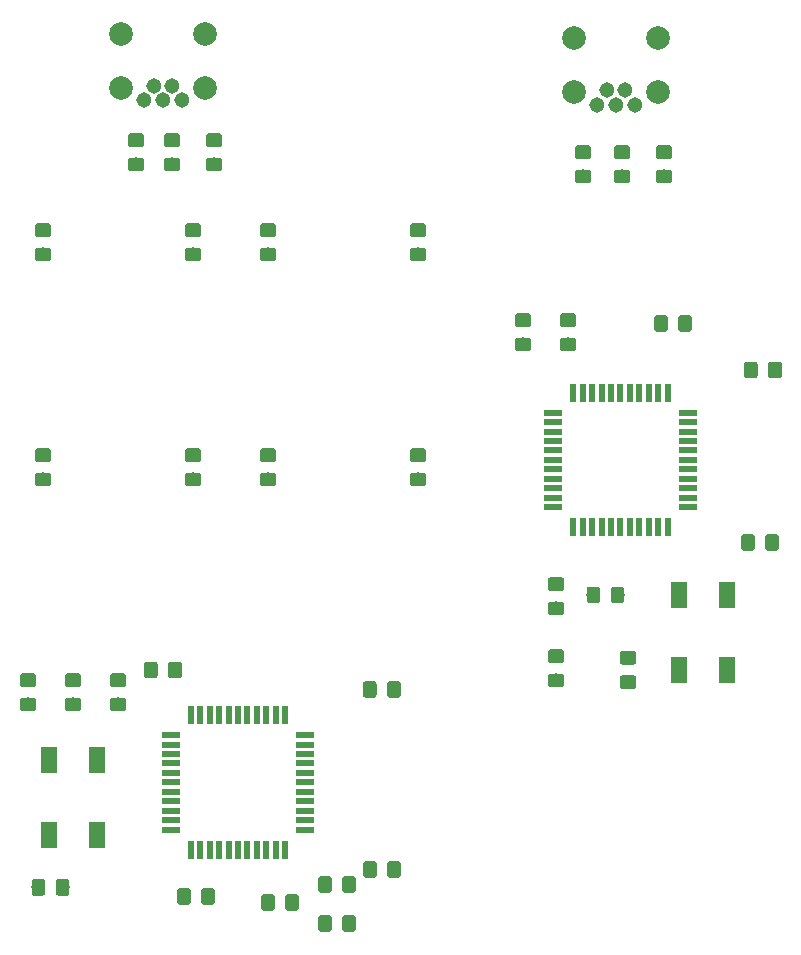
<source format=gbr>
G04 #@! TF.GenerationSoftware,KiCad,Pcbnew,(5.0.2)-1*
G04 #@! TF.CreationDate,2018-12-26T22:17:43-06:00*
G04 #@! TF.ProjectId,AVR6502Tester,41565236-3530-4325-9465-737465722e6b,rev?*
G04 #@! TF.SameCoordinates,Original*
G04 #@! TF.FileFunction,Paste,Bot*
G04 #@! TF.FilePolarity,Positive*
%FSLAX46Y46*%
G04 Gerber Fmt 4.6, Leading zero omitted, Abs format (unit mm)*
G04 Created by KiCad (PCBNEW (5.0.2)-1) date 12/26/2018 10:17:43 PM*
%MOMM*%
%LPD*%
G01*
G04 APERTURE LIST*
%ADD10C,0.100000*%
%ADD11C,1.150000*%
%ADD12C,1.305560*%
%ADD13C,2.000000*%
%ADD14R,0.550000X1.500000*%
%ADD15R,1.500000X0.550000*%
%ADD16R,1.399540X2.301240*%
G04 APERTURE END LIST*
D10*
G04 #@! TO.C,LC7*
G36*
X95978505Y-67489204D02*
X96002773Y-67492804D01*
X96026572Y-67498765D01*
X96049671Y-67507030D01*
X96071850Y-67517520D01*
X96092893Y-67530132D01*
X96112599Y-67544747D01*
X96130777Y-67561223D01*
X96147253Y-67579401D01*
X96161868Y-67599107D01*
X96174480Y-67620150D01*
X96184970Y-67642329D01*
X96193235Y-67665428D01*
X96199196Y-67689227D01*
X96202796Y-67713495D01*
X96204000Y-67737999D01*
X96204000Y-68388001D01*
X96202796Y-68412505D01*
X96199196Y-68436773D01*
X96193235Y-68460572D01*
X96184970Y-68483671D01*
X96174480Y-68505850D01*
X96161868Y-68526893D01*
X96147253Y-68546599D01*
X96130777Y-68564777D01*
X96112599Y-68581253D01*
X96092893Y-68595868D01*
X96071850Y-68608480D01*
X96049671Y-68618970D01*
X96026572Y-68627235D01*
X96002773Y-68633196D01*
X95978505Y-68636796D01*
X95954001Y-68638000D01*
X95053999Y-68638000D01*
X95029495Y-68636796D01*
X95005227Y-68633196D01*
X94981428Y-68627235D01*
X94958329Y-68618970D01*
X94936150Y-68608480D01*
X94915107Y-68595868D01*
X94895401Y-68581253D01*
X94877223Y-68564777D01*
X94860747Y-68546599D01*
X94846132Y-68526893D01*
X94833520Y-68505850D01*
X94823030Y-68483671D01*
X94814765Y-68460572D01*
X94808804Y-68436773D01*
X94805204Y-68412505D01*
X94804000Y-68388001D01*
X94804000Y-67737999D01*
X94805204Y-67713495D01*
X94808804Y-67689227D01*
X94814765Y-67665428D01*
X94823030Y-67642329D01*
X94833520Y-67620150D01*
X94846132Y-67599107D01*
X94860747Y-67579401D01*
X94877223Y-67561223D01*
X94895401Y-67544747D01*
X94915107Y-67530132D01*
X94936150Y-67517520D01*
X94958329Y-67507030D01*
X94981428Y-67498765D01*
X95005227Y-67492804D01*
X95029495Y-67489204D01*
X95053999Y-67488000D01*
X95954001Y-67488000D01*
X95978505Y-67489204D01*
X95978505Y-67489204D01*
G37*
D11*
X95504000Y-68063000D03*
D10*
G36*
X95978505Y-69539204D02*
X96002773Y-69542804D01*
X96026572Y-69548765D01*
X96049671Y-69557030D01*
X96071850Y-69567520D01*
X96092893Y-69580132D01*
X96112599Y-69594747D01*
X96130777Y-69611223D01*
X96147253Y-69629401D01*
X96161868Y-69649107D01*
X96174480Y-69670150D01*
X96184970Y-69692329D01*
X96193235Y-69715428D01*
X96199196Y-69739227D01*
X96202796Y-69763495D01*
X96204000Y-69787999D01*
X96204000Y-70438001D01*
X96202796Y-70462505D01*
X96199196Y-70486773D01*
X96193235Y-70510572D01*
X96184970Y-70533671D01*
X96174480Y-70555850D01*
X96161868Y-70576893D01*
X96147253Y-70596599D01*
X96130777Y-70614777D01*
X96112599Y-70631253D01*
X96092893Y-70645868D01*
X96071850Y-70658480D01*
X96049671Y-70668970D01*
X96026572Y-70677235D01*
X96002773Y-70683196D01*
X95978505Y-70686796D01*
X95954001Y-70688000D01*
X95053999Y-70688000D01*
X95029495Y-70686796D01*
X95005227Y-70683196D01*
X94981428Y-70677235D01*
X94958329Y-70668970D01*
X94936150Y-70658480D01*
X94915107Y-70645868D01*
X94895401Y-70631253D01*
X94877223Y-70614777D01*
X94860747Y-70596599D01*
X94846132Y-70576893D01*
X94833520Y-70555850D01*
X94823030Y-70533671D01*
X94814765Y-70510572D01*
X94808804Y-70486773D01*
X94805204Y-70462505D01*
X94804000Y-70438001D01*
X94804000Y-69787999D01*
X94805204Y-69763495D01*
X94808804Y-69739227D01*
X94814765Y-69715428D01*
X94823030Y-69692329D01*
X94833520Y-69670150D01*
X94846132Y-69649107D01*
X94860747Y-69629401D01*
X94877223Y-69611223D01*
X94895401Y-69594747D01*
X94915107Y-69580132D01*
X94936150Y-69567520D01*
X94958329Y-69557030D01*
X94981428Y-69548765D01*
X95005227Y-69542804D01*
X95029495Y-69539204D01*
X95053999Y-69538000D01*
X95954001Y-69538000D01*
X95978505Y-69539204D01*
X95978505Y-69539204D01*
G37*
D11*
X95504000Y-70113000D03*
G04 #@! TD*
D12*
G04 #@! TO.C,LJ1*
X100584000Y-21353780D03*
X99786440Y-20154900D03*
X102181660Y-21353780D03*
X101381560Y-20154900D03*
D13*
X104140000Y-15748000D03*
X97028000Y-15748000D03*
D12*
X98986340Y-21353780D03*
D13*
X97028000Y-20320000D03*
X104140000Y-20320000D03*
G04 #@! TD*
D10*
G04 #@! TO.C,C6*
G36*
X73510505Y-88201204D02*
X73534773Y-88204804D01*
X73558572Y-88210765D01*
X73581671Y-88219030D01*
X73603850Y-88229520D01*
X73624893Y-88242132D01*
X73644599Y-88256747D01*
X73662777Y-88273223D01*
X73679253Y-88291401D01*
X73693868Y-88311107D01*
X73706480Y-88332150D01*
X73716970Y-88354329D01*
X73725235Y-88377428D01*
X73731196Y-88401227D01*
X73734796Y-88425495D01*
X73736000Y-88449999D01*
X73736000Y-89350001D01*
X73734796Y-89374505D01*
X73731196Y-89398773D01*
X73725235Y-89422572D01*
X73716970Y-89445671D01*
X73706480Y-89467850D01*
X73693868Y-89488893D01*
X73679253Y-89508599D01*
X73662777Y-89526777D01*
X73644599Y-89543253D01*
X73624893Y-89557868D01*
X73603850Y-89570480D01*
X73581671Y-89580970D01*
X73558572Y-89589235D01*
X73534773Y-89595196D01*
X73510505Y-89598796D01*
X73486001Y-89600000D01*
X72835999Y-89600000D01*
X72811495Y-89598796D01*
X72787227Y-89595196D01*
X72763428Y-89589235D01*
X72740329Y-89580970D01*
X72718150Y-89570480D01*
X72697107Y-89557868D01*
X72677401Y-89543253D01*
X72659223Y-89526777D01*
X72642747Y-89508599D01*
X72628132Y-89488893D01*
X72615520Y-89467850D01*
X72605030Y-89445671D01*
X72596765Y-89422572D01*
X72590804Y-89398773D01*
X72587204Y-89374505D01*
X72586000Y-89350001D01*
X72586000Y-88449999D01*
X72587204Y-88425495D01*
X72590804Y-88401227D01*
X72596765Y-88377428D01*
X72605030Y-88354329D01*
X72615520Y-88332150D01*
X72628132Y-88311107D01*
X72642747Y-88291401D01*
X72659223Y-88273223D01*
X72677401Y-88256747D01*
X72697107Y-88242132D01*
X72718150Y-88229520D01*
X72740329Y-88219030D01*
X72763428Y-88210765D01*
X72787227Y-88204804D01*
X72811495Y-88201204D01*
X72835999Y-88200000D01*
X73486001Y-88200000D01*
X73510505Y-88201204D01*
X73510505Y-88201204D01*
G37*
D11*
X73161000Y-88900000D03*
D10*
G36*
X71460505Y-88201204D02*
X71484773Y-88204804D01*
X71508572Y-88210765D01*
X71531671Y-88219030D01*
X71553850Y-88229520D01*
X71574893Y-88242132D01*
X71594599Y-88256747D01*
X71612777Y-88273223D01*
X71629253Y-88291401D01*
X71643868Y-88311107D01*
X71656480Y-88332150D01*
X71666970Y-88354329D01*
X71675235Y-88377428D01*
X71681196Y-88401227D01*
X71684796Y-88425495D01*
X71686000Y-88449999D01*
X71686000Y-89350001D01*
X71684796Y-89374505D01*
X71681196Y-89398773D01*
X71675235Y-89422572D01*
X71666970Y-89445671D01*
X71656480Y-89467850D01*
X71643868Y-89488893D01*
X71629253Y-89508599D01*
X71612777Y-89526777D01*
X71594599Y-89543253D01*
X71574893Y-89557868D01*
X71553850Y-89570480D01*
X71531671Y-89580970D01*
X71508572Y-89589235D01*
X71484773Y-89595196D01*
X71460505Y-89598796D01*
X71436001Y-89600000D01*
X70785999Y-89600000D01*
X70761495Y-89598796D01*
X70737227Y-89595196D01*
X70713428Y-89589235D01*
X70690329Y-89580970D01*
X70668150Y-89570480D01*
X70647107Y-89557868D01*
X70627401Y-89543253D01*
X70609223Y-89526777D01*
X70592747Y-89508599D01*
X70578132Y-89488893D01*
X70565520Y-89467850D01*
X70555030Y-89445671D01*
X70546765Y-89422572D01*
X70540804Y-89398773D01*
X70537204Y-89374505D01*
X70536000Y-89350001D01*
X70536000Y-88449999D01*
X70537204Y-88425495D01*
X70540804Y-88401227D01*
X70546765Y-88377428D01*
X70555030Y-88354329D01*
X70565520Y-88332150D01*
X70578132Y-88311107D01*
X70592747Y-88291401D01*
X70609223Y-88273223D01*
X70627401Y-88256747D01*
X70647107Y-88242132D01*
X70668150Y-88229520D01*
X70690329Y-88219030D01*
X70713428Y-88210765D01*
X70737227Y-88204804D01*
X70761495Y-88201204D01*
X70785999Y-88200000D01*
X71436001Y-88200000D01*
X71460505Y-88201204D01*
X71460505Y-88201204D01*
G37*
D11*
X71111000Y-88900000D03*
G04 #@! TD*
D10*
G04 #@! TO.C,R4*
G36*
X78336505Y-89979204D02*
X78360773Y-89982804D01*
X78384572Y-89988765D01*
X78407671Y-89997030D01*
X78429850Y-90007520D01*
X78450893Y-90020132D01*
X78470599Y-90034747D01*
X78488777Y-90051223D01*
X78505253Y-90069401D01*
X78519868Y-90089107D01*
X78532480Y-90110150D01*
X78542970Y-90132329D01*
X78551235Y-90155428D01*
X78557196Y-90179227D01*
X78560796Y-90203495D01*
X78562000Y-90227999D01*
X78562000Y-91128001D01*
X78560796Y-91152505D01*
X78557196Y-91176773D01*
X78551235Y-91200572D01*
X78542970Y-91223671D01*
X78532480Y-91245850D01*
X78519868Y-91266893D01*
X78505253Y-91286599D01*
X78488777Y-91304777D01*
X78470599Y-91321253D01*
X78450893Y-91335868D01*
X78429850Y-91348480D01*
X78407671Y-91358970D01*
X78384572Y-91367235D01*
X78360773Y-91373196D01*
X78336505Y-91376796D01*
X78312001Y-91378000D01*
X77661999Y-91378000D01*
X77637495Y-91376796D01*
X77613227Y-91373196D01*
X77589428Y-91367235D01*
X77566329Y-91358970D01*
X77544150Y-91348480D01*
X77523107Y-91335868D01*
X77503401Y-91321253D01*
X77485223Y-91304777D01*
X77468747Y-91286599D01*
X77454132Y-91266893D01*
X77441520Y-91245850D01*
X77431030Y-91223671D01*
X77422765Y-91200572D01*
X77416804Y-91176773D01*
X77413204Y-91152505D01*
X77412000Y-91128001D01*
X77412000Y-90227999D01*
X77413204Y-90203495D01*
X77416804Y-90179227D01*
X77422765Y-90155428D01*
X77431030Y-90132329D01*
X77441520Y-90110150D01*
X77454132Y-90089107D01*
X77468747Y-90069401D01*
X77485223Y-90051223D01*
X77503401Y-90034747D01*
X77523107Y-90020132D01*
X77544150Y-90007520D01*
X77566329Y-89997030D01*
X77589428Y-89988765D01*
X77613227Y-89982804D01*
X77637495Y-89979204D01*
X77661999Y-89978000D01*
X78312001Y-89978000D01*
X78336505Y-89979204D01*
X78336505Y-89979204D01*
G37*
D11*
X77987000Y-90678000D03*
D10*
G36*
X76286505Y-89979204D02*
X76310773Y-89982804D01*
X76334572Y-89988765D01*
X76357671Y-89997030D01*
X76379850Y-90007520D01*
X76400893Y-90020132D01*
X76420599Y-90034747D01*
X76438777Y-90051223D01*
X76455253Y-90069401D01*
X76469868Y-90089107D01*
X76482480Y-90110150D01*
X76492970Y-90132329D01*
X76501235Y-90155428D01*
X76507196Y-90179227D01*
X76510796Y-90203495D01*
X76512000Y-90227999D01*
X76512000Y-91128001D01*
X76510796Y-91152505D01*
X76507196Y-91176773D01*
X76501235Y-91200572D01*
X76492970Y-91223671D01*
X76482480Y-91245850D01*
X76469868Y-91266893D01*
X76455253Y-91286599D01*
X76438777Y-91304777D01*
X76420599Y-91321253D01*
X76400893Y-91335868D01*
X76379850Y-91348480D01*
X76357671Y-91358970D01*
X76334572Y-91367235D01*
X76310773Y-91373196D01*
X76286505Y-91376796D01*
X76262001Y-91378000D01*
X75611999Y-91378000D01*
X75587495Y-91376796D01*
X75563227Y-91373196D01*
X75539428Y-91367235D01*
X75516329Y-91358970D01*
X75494150Y-91348480D01*
X75473107Y-91335868D01*
X75453401Y-91321253D01*
X75435223Y-91304777D01*
X75418747Y-91286599D01*
X75404132Y-91266893D01*
X75391520Y-91245850D01*
X75381030Y-91223671D01*
X75372765Y-91200572D01*
X75366804Y-91176773D01*
X75363204Y-91152505D01*
X75362000Y-91128001D01*
X75362000Y-90227999D01*
X75363204Y-90203495D01*
X75366804Y-90179227D01*
X75372765Y-90155428D01*
X75381030Y-90132329D01*
X75391520Y-90110150D01*
X75404132Y-90089107D01*
X75418747Y-90069401D01*
X75435223Y-90051223D01*
X75453401Y-90034747D01*
X75473107Y-90020132D01*
X75494150Y-90007520D01*
X75516329Y-89997030D01*
X75539428Y-89988765D01*
X75563227Y-89982804D01*
X75587495Y-89979204D01*
X75611999Y-89978000D01*
X76262001Y-89978000D01*
X76286505Y-89979204D01*
X76286505Y-89979204D01*
G37*
D11*
X75937000Y-90678000D03*
G04 #@! TD*
D14*
G04 #@! TO.C,IC1*
X64580000Y-73040000D03*
X65380000Y-73040000D03*
X66180000Y-73040000D03*
X66980000Y-73040000D03*
X67780000Y-73040000D03*
X68580000Y-73040000D03*
X69380000Y-73040000D03*
X70180000Y-73040000D03*
X70980000Y-73040000D03*
X71780000Y-73040000D03*
X72580000Y-73040000D03*
D15*
X74280000Y-74740000D03*
X74280000Y-75540000D03*
X74280000Y-76340000D03*
X74280000Y-77140000D03*
X74280000Y-77940000D03*
X74280000Y-78740000D03*
X74280000Y-79540000D03*
X74280000Y-80340000D03*
X74280000Y-81140000D03*
X74280000Y-81940000D03*
X74280000Y-82740000D03*
D14*
X72580000Y-84440000D03*
X71780000Y-84440000D03*
X70980000Y-84440000D03*
X70180000Y-84440000D03*
X69380000Y-84440000D03*
X68580000Y-84440000D03*
X67780000Y-84440000D03*
X66980000Y-84440000D03*
X66180000Y-84440000D03*
X65380000Y-84440000D03*
X64580000Y-84440000D03*
D15*
X62880000Y-82740000D03*
X62880000Y-81940000D03*
X62880000Y-81140000D03*
X62880000Y-80340000D03*
X62880000Y-79540000D03*
X62880000Y-78740000D03*
X62880000Y-77940000D03*
X62880000Y-77140000D03*
X62880000Y-76340000D03*
X62880000Y-75540000D03*
X62880000Y-74740000D03*
G04 #@! TD*
D10*
G04 #@! TO.C,D4*
G36*
X71594505Y-52521204D02*
X71618773Y-52524804D01*
X71642572Y-52530765D01*
X71665671Y-52539030D01*
X71687850Y-52549520D01*
X71708893Y-52562132D01*
X71728599Y-52576747D01*
X71746777Y-52593223D01*
X71763253Y-52611401D01*
X71777868Y-52631107D01*
X71790480Y-52652150D01*
X71800970Y-52674329D01*
X71809235Y-52697428D01*
X71815196Y-52721227D01*
X71818796Y-52745495D01*
X71820000Y-52769999D01*
X71820000Y-53420001D01*
X71818796Y-53444505D01*
X71815196Y-53468773D01*
X71809235Y-53492572D01*
X71800970Y-53515671D01*
X71790480Y-53537850D01*
X71777868Y-53558893D01*
X71763253Y-53578599D01*
X71746777Y-53596777D01*
X71728599Y-53613253D01*
X71708893Y-53627868D01*
X71687850Y-53640480D01*
X71665671Y-53650970D01*
X71642572Y-53659235D01*
X71618773Y-53665196D01*
X71594505Y-53668796D01*
X71570001Y-53670000D01*
X70669999Y-53670000D01*
X70645495Y-53668796D01*
X70621227Y-53665196D01*
X70597428Y-53659235D01*
X70574329Y-53650970D01*
X70552150Y-53640480D01*
X70531107Y-53627868D01*
X70511401Y-53613253D01*
X70493223Y-53596777D01*
X70476747Y-53578599D01*
X70462132Y-53558893D01*
X70449520Y-53537850D01*
X70439030Y-53515671D01*
X70430765Y-53492572D01*
X70424804Y-53468773D01*
X70421204Y-53444505D01*
X70420000Y-53420001D01*
X70420000Y-52769999D01*
X70421204Y-52745495D01*
X70424804Y-52721227D01*
X70430765Y-52697428D01*
X70439030Y-52674329D01*
X70449520Y-52652150D01*
X70462132Y-52631107D01*
X70476747Y-52611401D01*
X70493223Y-52593223D01*
X70511401Y-52576747D01*
X70531107Y-52562132D01*
X70552150Y-52549520D01*
X70574329Y-52539030D01*
X70597428Y-52530765D01*
X70621227Y-52524804D01*
X70645495Y-52521204D01*
X70669999Y-52520000D01*
X71570001Y-52520000D01*
X71594505Y-52521204D01*
X71594505Y-52521204D01*
G37*
D11*
X71120000Y-53095000D03*
D10*
G36*
X71594505Y-50471204D02*
X71618773Y-50474804D01*
X71642572Y-50480765D01*
X71665671Y-50489030D01*
X71687850Y-50499520D01*
X71708893Y-50512132D01*
X71728599Y-50526747D01*
X71746777Y-50543223D01*
X71763253Y-50561401D01*
X71777868Y-50581107D01*
X71790480Y-50602150D01*
X71800970Y-50624329D01*
X71809235Y-50647428D01*
X71815196Y-50671227D01*
X71818796Y-50695495D01*
X71820000Y-50719999D01*
X71820000Y-51370001D01*
X71818796Y-51394505D01*
X71815196Y-51418773D01*
X71809235Y-51442572D01*
X71800970Y-51465671D01*
X71790480Y-51487850D01*
X71777868Y-51508893D01*
X71763253Y-51528599D01*
X71746777Y-51546777D01*
X71728599Y-51563253D01*
X71708893Y-51577868D01*
X71687850Y-51590480D01*
X71665671Y-51600970D01*
X71642572Y-51609235D01*
X71618773Y-51615196D01*
X71594505Y-51618796D01*
X71570001Y-51620000D01*
X70669999Y-51620000D01*
X70645495Y-51618796D01*
X70621227Y-51615196D01*
X70597428Y-51609235D01*
X70574329Y-51600970D01*
X70552150Y-51590480D01*
X70531107Y-51577868D01*
X70511401Y-51563253D01*
X70493223Y-51546777D01*
X70476747Y-51528599D01*
X70462132Y-51508893D01*
X70449520Y-51487850D01*
X70439030Y-51465671D01*
X70430765Y-51442572D01*
X70424804Y-51418773D01*
X70421204Y-51394505D01*
X70420000Y-51370001D01*
X70420000Y-50719999D01*
X70421204Y-50695495D01*
X70424804Y-50671227D01*
X70430765Y-50647428D01*
X70439030Y-50624329D01*
X70449520Y-50602150D01*
X70462132Y-50581107D01*
X70476747Y-50561401D01*
X70493223Y-50543223D01*
X70511401Y-50526747D01*
X70531107Y-50512132D01*
X70552150Y-50499520D01*
X70574329Y-50489030D01*
X70597428Y-50480765D01*
X70621227Y-50474804D01*
X70645495Y-50471204D01*
X70669999Y-50470000D01*
X71570001Y-50470000D01*
X71594505Y-50471204D01*
X71594505Y-50471204D01*
G37*
D11*
X71120000Y-51045000D03*
G04 #@! TD*
D10*
G04 #@! TO.C,C1*
G36*
X80087505Y-70167204D02*
X80111773Y-70170804D01*
X80135572Y-70176765D01*
X80158671Y-70185030D01*
X80180850Y-70195520D01*
X80201893Y-70208132D01*
X80221599Y-70222747D01*
X80239777Y-70239223D01*
X80256253Y-70257401D01*
X80270868Y-70277107D01*
X80283480Y-70298150D01*
X80293970Y-70320329D01*
X80302235Y-70343428D01*
X80308196Y-70367227D01*
X80311796Y-70391495D01*
X80313000Y-70415999D01*
X80313000Y-71316001D01*
X80311796Y-71340505D01*
X80308196Y-71364773D01*
X80302235Y-71388572D01*
X80293970Y-71411671D01*
X80283480Y-71433850D01*
X80270868Y-71454893D01*
X80256253Y-71474599D01*
X80239777Y-71492777D01*
X80221599Y-71509253D01*
X80201893Y-71523868D01*
X80180850Y-71536480D01*
X80158671Y-71546970D01*
X80135572Y-71555235D01*
X80111773Y-71561196D01*
X80087505Y-71564796D01*
X80063001Y-71566000D01*
X79412999Y-71566000D01*
X79388495Y-71564796D01*
X79364227Y-71561196D01*
X79340428Y-71555235D01*
X79317329Y-71546970D01*
X79295150Y-71536480D01*
X79274107Y-71523868D01*
X79254401Y-71509253D01*
X79236223Y-71492777D01*
X79219747Y-71474599D01*
X79205132Y-71454893D01*
X79192520Y-71433850D01*
X79182030Y-71411671D01*
X79173765Y-71388572D01*
X79167804Y-71364773D01*
X79164204Y-71340505D01*
X79163000Y-71316001D01*
X79163000Y-70415999D01*
X79164204Y-70391495D01*
X79167804Y-70367227D01*
X79173765Y-70343428D01*
X79182030Y-70320329D01*
X79192520Y-70298150D01*
X79205132Y-70277107D01*
X79219747Y-70257401D01*
X79236223Y-70239223D01*
X79254401Y-70222747D01*
X79274107Y-70208132D01*
X79295150Y-70195520D01*
X79317329Y-70185030D01*
X79340428Y-70176765D01*
X79364227Y-70170804D01*
X79388495Y-70167204D01*
X79412999Y-70166000D01*
X80063001Y-70166000D01*
X80087505Y-70167204D01*
X80087505Y-70167204D01*
G37*
D11*
X79738000Y-70866000D03*
D10*
G36*
X82137505Y-70167204D02*
X82161773Y-70170804D01*
X82185572Y-70176765D01*
X82208671Y-70185030D01*
X82230850Y-70195520D01*
X82251893Y-70208132D01*
X82271599Y-70222747D01*
X82289777Y-70239223D01*
X82306253Y-70257401D01*
X82320868Y-70277107D01*
X82333480Y-70298150D01*
X82343970Y-70320329D01*
X82352235Y-70343428D01*
X82358196Y-70367227D01*
X82361796Y-70391495D01*
X82363000Y-70415999D01*
X82363000Y-71316001D01*
X82361796Y-71340505D01*
X82358196Y-71364773D01*
X82352235Y-71388572D01*
X82343970Y-71411671D01*
X82333480Y-71433850D01*
X82320868Y-71454893D01*
X82306253Y-71474599D01*
X82289777Y-71492777D01*
X82271599Y-71509253D01*
X82251893Y-71523868D01*
X82230850Y-71536480D01*
X82208671Y-71546970D01*
X82185572Y-71555235D01*
X82161773Y-71561196D01*
X82137505Y-71564796D01*
X82113001Y-71566000D01*
X81462999Y-71566000D01*
X81438495Y-71564796D01*
X81414227Y-71561196D01*
X81390428Y-71555235D01*
X81367329Y-71546970D01*
X81345150Y-71536480D01*
X81324107Y-71523868D01*
X81304401Y-71509253D01*
X81286223Y-71492777D01*
X81269747Y-71474599D01*
X81255132Y-71454893D01*
X81242520Y-71433850D01*
X81232030Y-71411671D01*
X81223765Y-71388572D01*
X81217804Y-71364773D01*
X81214204Y-71340505D01*
X81213000Y-71316001D01*
X81213000Y-70415999D01*
X81214204Y-70391495D01*
X81217804Y-70367227D01*
X81223765Y-70343428D01*
X81232030Y-70320329D01*
X81242520Y-70298150D01*
X81255132Y-70277107D01*
X81269747Y-70257401D01*
X81286223Y-70239223D01*
X81304401Y-70222747D01*
X81324107Y-70208132D01*
X81345150Y-70195520D01*
X81367329Y-70185030D01*
X81390428Y-70176765D01*
X81414227Y-70170804D01*
X81438495Y-70167204D01*
X81462999Y-70166000D01*
X82113001Y-70166000D01*
X82137505Y-70167204D01*
X82137505Y-70167204D01*
G37*
D11*
X81788000Y-70866000D03*
G04 #@! TD*
D10*
G04 #@! TO.C,C2*
G36*
X82146505Y-85407204D02*
X82170773Y-85410804D01*
X82194572Y-85416765D01*
X82217671Y-85425030D01*
X82239850Y-85435520D01*
X82260893Y-85448132D01*
X82280599Y-85462747D01*
X82298777Y-85479223D01*
X82315253Y-85497401D01*
X82329868Y-85517107D01*
X82342480Y-85538150D01*
X82352970Y-85560329D01*
X82361235Y-85583428D01*
X82367196Y-85607227D01*
X82370796Y-85631495D01*
X82372000Y-85655999D01*
X82372000Y-86556001D01*
X82370796Y-86580505D01*
X82367196Y-86604773D01*
X82361235Y-86628572D01*
X82352970Y-86651671D01*
X82342480Y-86673850D01*
X82329868Y-86694893D01*
X82315253Y-86714599D01*
X82298777Y-86732777D01*
X82280599Y-86749253D01*
X82260893Y-86763868D01*
X82239850Y-86776480D01*
X82217671Y-86786970D01*
X82194572Y-86795235D01*
X82170773Y-86801196D01*
X82146505Y-86804796D01*
X82122001Y-86806000D01*
X81471999Y-86806000D01*
X81447495Y-86804796D01*
X81423227Y-86801196D01*
X81399428Y-86795235D01*
X81376329Y-86786970D01*
X81354150Y-86776480D01*
X81333107Y-86763868D01*
X81313401Y-86749253D01*
X81295223Y-86732777D01*
X81278747Y-86714599D01*
X81264132Y-86694893D01*
X81251520Y-86673850D01*
X81241030Y-86651671D01*
X81232765Y-86628572D01*
X81226804Y-86604773D01*
X81223204Y-86580505D01*
X81222000Y-86556001D01*
X81222000Y-85655999D01*
X81223204Y-85631495D01*
X81226804Y-85607227D01*
X81232765Y-85583428D01*
X81241030Y-85560329D01*
X81251520Y-85538150D01*
X81264132Y-85517107D01*
X81278747Y-85497401D01*
X81295223Y-85479223D01*
X81313401Y-85462747D01*
X81333107Y-85448132D01*
X81354150Y-85435520D01*
X81376329Y-85425030D01*
X81399428Y-85416765D01*
X81423227Y-85410804D01*
X81447495Y-85407204D01*
X81471999Y-85406000D01*
X82122001Y-85406000D01*
X82146505Y-85407204D01*
X82146505Y-85407204D01*
G37*
D11*
X81797000Y-86106000D03*
D10*
G36*
X80096505Y-85407204D02*
X80120773Y-85410804D01*
X80144572Y-85416765D01*
X80167671Y-85425030D01*
X80189850Y-85435520D01*
X80210893Y-85448132D01*
X80230599Y-85462747D01*
X80248777Y-85479223D01*
X80265253Y-85497401D01*
X80279868Y-85517107D01*
X80292480Y-85538150D01*
X80302970Y-85560329D01*
X80311235Y-85583428D01*
X80317196Y-85607227D01*
X80320796Y-85631495D01*
X80322000Y-85655999D01*
X80322000Y-86556001D01*
X80320796Y-86580505D01*
X80317196Y-86604773D01*
X80311235Y-86628572D01*
X80302970Y-86651671D01*
X80292480Y-86673850D01*
X80279868Y-86694893D01*
X80265253Y-86714599D01*
X80248777Y-86732777D01*
X80230599Y-86749253D01*
X80210893Y-86763868D01*
X80189850Y-86776480D01*
X80167671Y-86786970D01*
X80144572Y-86795235D01*
X80120773Y-86801196D01*
X80096505Y-86804796D01*
X80072001Y-86806000D01*
X79421999Y-86806000D01*
X79397495Y-86804796D01*
X79373227Y-86801196D01*
X79349428Y-86795235D01*
X79326329Y-86786970D01*
X79304150Y-86776480D01*
X79283107Y-86763868D01*
X79263401Y-86749253D01*
X79245223Y-86732777D01*
X79228747Y-86714599D01*
X79214132Y-86694893D01*
X79201520Y-86673850D01*
X79191030Y-86651671D01*
X79182765Y-86628572D01*
X79176804Y-86604773D01*
X79173204Y-86580505D01*
X79172000Y-86556001D01*
X79172000Y-85655999D01*
X79173204Y-85631495D01*
X79176804Y-85607227D01*
X79182765Y-85583428D01*
X79191030Y-85560329D01*
X79201520Y-85538150D01*
X79214132Y-85517107D01*
X79228747Y-85497401D01*
X79245223Y-85479223D01*
X79263401Y-85462747D01*
X79283107Y-85448132D01*
X79304150Y-85435520D01*
X79326329Y-85425030D01*
X79349428Y-85416765D01*
X79373227Y-85410804D01*
X79397495Y-85407204D01*
X79421999Y-85406000D01*
X80072001Y-85406000D01*
X80096505Y-85407204D01*
X80096505Y-85407204D01*
G37*
D11*
X79747000Y-86106000D03*
G04 #@! TD*
D10*
G04 #@! TO.C,C3*
G36*
X61554505Y-68516204D02*
X61578773Y-68519804D01*
X61602572Y-68525765D01*
X61625671Y-68534030D01*
X61647850Y-68544520D01*
X61668893Y-68557132D01*
X61688599Y-68571747D01*
X61706777Y-68588223D01*
X61723253Y-68606401D01*
X61737868Y-68626107D01*
X61750480Y-68647150D01*
X61760970Y-68669329D01*
X61769235Y-68692428D01*
X61775196Y-68716227D01*
X61778796Y-68740495D01*
X61780000Y-68764999D01*
X61780000Y-69665001D01*
X61778796Y-69689505D01*
X61775196Y-69713773D01*
X61769235Y-69737572D01*
X61760970Y-69760671D01*
X61750480Y-69782850D01*
X61737868Y-69803893D01*
X61723253Y-69823599D01*
X61706777Y-69841777D01*
X61688599Y-69858253D01*
X61668893Y-69872868D01*
X61647850Y-69885480D01*
X61625671Y-69895970D01*
X61602572Y-69904235D01*
X61578773Y-69910196D01*
X61554505Y-69913796D01*
X61530001Y-69915000D01*
X60879999Y-69915000D01*
X60855495Y-69913796D01*
X60831227Y-69910196D01*
X60807428Y-69904235D01*
X60784329Y-69895970D01*
X60762150Y-69885480D01*
X60741107Y-69872868D01*
X60721401Y-69858253D01*
X60703223Y-69841777D01*
X60686747Y-69823599D01*
X60672132Y-69803893D01*
X60659520Y-69782850D01*
X60649030Y-69760671D01*
X60640765Y-69737572D01*
X60634804Y-69713773D01*
X60631204Y-69689505D01*
X60630000Y-69665001D01*
X60630000Y-68764999D01*
X60631204Y-68740495D01*
X60634804Y-68716227D01*
X60640765Y-68692428D01*
X60649030Y-68669329D01*
X60659520Y-68647150D01*
X60672132Y-68626107D01*
X60686747Y-68606401D01*
X60703223Y-68588223D01*
X60721401Y-68571747D01*
X60741107Y-68557132D01*
X60762150Y-68544520D01*
X60784329Y-68534030D01*
X60807428Y-68525765D01*
X60831227Y-68519804D01*
X60855495Y-68516204D01*
X60879999Y-68515000D01*
X61530001Y-68515000D01*
X61554505Y-68516204D01*
X61554505Y-68516204D01*
G37*
D11*
X61205000Y-69215000D03*
D10*
G36*
X63604505Y-68516204D02*
X63628773Y-68519804D01*
X63652572Y-68525765D01*
X63675671Y-68534030D01*
X63697850Y-68544520D01*
X63718893Y-68557132D01*
X63738599Y-68571747D01*
X63756777Y-68588223D01*
X63773253Y-68606401D01*
X63787868Y-68626107D01*
X63800480Y-68647150D01*
X63810970Y-68669329D01*
X63819235Y-68692428D01*
X63825196Y-68716227D01*
X63828796Y-68740495D01*
X63830000Y-68764999D01*
X63830000Y-69665001D01*
X63828796Y-69689505D01*
X63825196Y-69713773D01*
X63819235Y-69737572D01*
X63810970Y-69760671D01*
X63800480Y-69782850D01*
X63787868Y-69803893D01*
X63773253Y-69823599D01*
X63756777Y-69841777D01*
X63738599Y-69858253D01*
X63718893Y-69872868D01*
X63697850Y-69885480D01*
X63675671Y-69895970D01*
X63652572Y-69904235D01*
X63628773Y-69910196D01*
X63604505Y-69913796D01*
X63580001Y-69915000D01*
X62929999Y-69915000D01*
X62905495Y-69913796D01*
X62881227Y-69910196D01*
X62857428Y-69904235D01*
X62834329Y-69895970D01*
X62812150Y-69885480D01*
X62791107Y-69872868D01*
X62771401Y-69858253D01*
X62753223Y-69841777D01*
X62736747Y-69823599D01*
X62722132Y-69803893D01*
X62709520Y-69782850D01*
X62699030Y-69760671D01*
X62690765Y-69737572D01*
X62684804Y-69713773D01*
X62681204Y-69689505D01*
X62680000Y-69665001D01*
X62680000Y-68764999D01*
X62681204Y-68740495D01*
X62684804Y-68716227D01*
X62690765Y-68692428D01*
X62699030Y-68669329D01*
X62709520Y-68647150D01*
X62722132Y-68626107D01*
X62736747Y-68606401D01*
X62753223Y-68588223D01*
X62771401Y-68571747D01*
X62791107Y-68557132D01*
X62812150Y-68544520D01*
X62834329Y-68534030D01*
X62857428Y-68525765D01*
X62881227Y-68519804D01*
X62905495Y-68516204D01*
X62929999Y-68515000D01*
X63580001Y-68515000D01*
X63604505Y-68516204D01*
X63604505Y-68516204D01*
G37*
D11*
X63255000Y-69215000D03*
G04 #@! TD*
D10*
G04 #@! TO.C,C4*
G36*
X55084505Y-71571204D02*
X55108773Y-71574804D01*
X55132572Y-71580765D01*
X55155671Y-71589030D01*
X55177850Y-71599520D01*
X55198893Y-71612132D01*
X55218599Y-71626747D01*
X55236777Y-71643223D01*
X55253253Y-71661401D01*
X55267868Y-71681107D01*
X55280480Y-71702150D01*
X55290970Y-71724329D01*
X55299235Y-71747428D01*
X55305196Y-71771227D01*
X55308796Y-71795495D01*
X55310000Y-71819999D01*
X55310000Y-72470001D01*
X55308796Y-72494505D01*
X55305196Y-72518773D01*
X55299235Y-72542572D01*
X55290970Y-72565671D01*
X55280480Y-72587850D01*
X55267868Y-72608893D01*
X55253253Y-72628599D01*
X55236777Y-72646777D01*
X55218599Y-72663253D01*
X55198893Y-72677868D01*
X55177850Y-72690480D01*
X55155671Y-72700970D01*
X55132572Y-72709235D01*
X55108773Y-72715196D01*
X55084505Y-72718796D01*
X55060001Y-72720000D01*
X54159999Y-72720000D01*
X54135495Y-72718796D01*
X54111227Y-72715196D01*
X54087428Y-72709235D01*
X54064329Y-72700970D01*
X54042150Y-72690480D01*
X54021107Y-72677868D01*
X54001401Y-72663253D01*
X53983223Y-72646777D01*
X53966747Y-72628599D01*
X53952132Y-72608893D01*
X53939520Y-72587850D01*
X53929030Y-72565671D01*
X53920765Y-72542572D01*
X53914804Y-72518773D01*
X53911204Y-72494505D01*
X53910000Y-72470001D01*
X53910000Y-71819999D01*
X53911204Y-71795495D01*
X53914804Y-71771227D01*
X53920765Y-71747428D01*
X53929030Y-71724329D01*
X53939520Y-71702150D01*
X53952132Y-71681107D01*
X53966747Y-71661401D01*
X53983223Y-71643223D01*
X54001401Y-71626747D01*
X54021107Y-71612132D01*
X54042150Y-71599520D01*
X54064329Y-71589030D01*
X54087428Y-71580765D01*
X54111227Y-71574804D01*
X54135495Y-71571204D01*
X54159999Y-71570000D01*
X55060001Y-71570000D01*
X55084505Y-71571204D01*
X55084505Y-71571204D01*
G37*
D11*
X54610000Y-72145000D03*
D10*
G36*
X55084505Y-69521204D02*
X55108773Y-69524804D01*
X55132572Y-69530765D01*
X55155671Y-69539030D01*
X55177850Y-69549520D01*
X55198893Y-69562132D01*
X55218599Y-69576747D01*
X55236777Y-69593223D01*
X55253253Y-69611401D01*
X55267868Y-69631107D01*
X55280480Y-69652150D01*
X55290970Y-69674329D01*
X55299235Y-69697428D01*
X55305196Y-69721227D01*
X55308796Y-69745495D01*
X55310000Y-69769999D01*
X55310000Y-70420001D01*
X55308796Y-70444505D01*
X55305196Y-70468773D01*
X55299235Y-70492572D01*
X55290970Y-70515671D01*
X55280480Y-70537850D01*
X55267868Y-70558893D01*
X55253253Y-70578599D01*
X55236777Y-70596777D01*
X55218599Y-70613253D01*
X55198893Y-70627868D01*
X55177850Y-70640480D01*
X55155671Y-70650970D01*
X55132572Y-70659235D01*
X55108773Y-70665196D01*
X55084505Y-70668796D01*
X55060001Y-70670000D01*
X54159999Y-70670000D01*
X54135495Y-70668796D01*
X54111227Y-70665196D01*
X54087428Y-70659235D01*
X54064329Y-70650970D01*
X54042150Y-70640480D01*
X54021107Y-70627868D01*
X54001401Y-70613253D01*
X53983223Y-70596777D01*
X53966747Y-70578599D01*
X53952132Y-70558893D01*
X53939520Y-70537850D01*
X53929030Y-70515671D01*
X53920765Y-70492572D01*
X53914804Y-70468773D01*
X53911204Y-70444505D01*
X53910000Y-70420001D01*
X53910000Y-69769999D01*
X53911204Y-69745495D01*
X53914804Y-69721227D01*
X53920765Y-69697428D01*
X53929030Y-69674329D01*
X53939520Y-69652150D01*
X53952132Y-69631107D01*
X53966747Y-69611401D01*
X53983223Y-69593223D01*
X54001401Y-69576747D01*
X54021107Y-69562132D01*
X54042150Y-69549520D01*
X54064329Y-69539030D01*
X54087428Y-69530765D01*
X54111227Y-69524804D01*
X54135495Y-69521204D01*
X54159999Y-69520000D01*
X55060001Y-69520000D01*
X55084505Y-69521204D01*
X55084505Y-69521204D01*
G37*
D11*
X54610000Y-70095000D03*
G04 #@! TD*
D10*
G04 #@! TO.C,C5*
G36*
X51274505Y-69521204D02*
X51298773Y-69524804D01*
X51322572Y-69530765D01*
X51345671Y-69539030D01*
X51367850Y-69549520D01*
X51388893Y-69562132D01*
X51408599Y-69576747D01*
X51426777Y-69593223D01*
X51443253Y-69611401D01*
X51457868Y-69631107D01*
X51470480Y-69652150D01*
X51480970Y-69674329D01*
X51489235Y-69697428D01*
X51495196Y-69721227D01*
X51498796Y-69745495D01*
X51500000Y-69769999D01*
X51500000Y-70420001D01*
X51498796Y-70444505D01*
X51495196Y-70468773D01*
X51489235Y-70492572D01*
X51480970Y-70515671D01*
X51470480Y-70537850D01*
X51457868Y-70558893D01*
X51443253Y-70578599D01*
X51426777Y-70596777D01*
X51408599Y-70613253D01*
X51388893Y-70627868D01*
X51367850Y-70640480D01*
X51345671Y-70650970D01*
X51322572Y-70659235D01*
X51298773Y-70665196D01*
X51274505Y-70668796D01*
X51250001Y-70670000D01*
X50349999Y-70670000D01*
X50325495Y-70668796D01*
X50301227Y-70665196D01*
X50277428Y-70659235D01*
X50254329Y-70650970D01*
X50232150Y-70640480D01*
X50211107Y-70627868D01*
X50191401Y-70613253D01*
X50173223Y-70596777D01*
X50156747Y-70578599D01*
X50142132Y-70558893D01*
X50129520Y-70537850D01*
X50119030Y-70515671D01*
X50110765Y-70492572D01*
X50104804Y-70468773D01*
X50101204Y-70444505D01*
X50100000Y-70420001D01*
X50100000Y-69769999D01*
X50101204Y-69745495D01*
X50104804Y-69721227D01*
X50110765Y-69697428D01*
X50119030Y-69674329D01*
X50129520Y-69652150D01*
X50142132Y-69631107D01*
X50156747Y-69611401D01*
X50173223Y-69593223D01*
X50191401Y-69576747D01*
X50211107Y-69562132D01*
X50232150Y-69549520D01*
X50254329Y-69539030D01*
X50277428Y-69530765D01*
X50301227Y-69524804D01*
X50325495Y-69521204D01*
X50349999Y-69520000D01*
X51250001Y-69520000D01*
X51274505Y-69521204D01*
X51274505Y-69521204D01*
G37*
D11*
X50800000Y-70095000D03*
D10*
G36*
X51274505Y-71571204D02*
X51298773Y-71574804D01*
X51322572Y-71580765D01*
X51345671Y-71589030D01*
X51367850Y-71599520D01*
X51388893Y-71612132D01*
X51408599Y-71626747D01*
X51426777Y-71643223D01*
X51443253Y-71661401D01*
X51457868Y-71681107D01*
X51470480Y-71702150D01*
X51480970Y-71724329D01*
X51489235Y-71747428D01*
X51495196Y-71771227D01*
X51498796Y-71795495D01*
X51500000Y-71819999D01*
X51500000Y-72470001D01*
X51498796Y-72494505D01*
X51495196Y-72518773D01*
X51489235Y-72542572D01*
X51480970Y-72565671D01*
X51470480Y-72587850D01*
X51457868Y-72608893D01*
X51443253Y-72628599D01*
X51426777Y-72646777D01*
X51408599Y-72663253D01*
X51388893Y-72677868D01*
X51367850Y-72690480D01*
X51345671Y-72700970D01*
X51322572Y-72709235D01*
X51298773Y-72715196D01*
X51274505Y-72718796D01*
X51250001Y-72720000D01*
X50349999Y-72720000D01*
X50325495Y-72718796D01*
X50301227Y-72715196D01*
X50277428Y-72709235D01*
X50254329Y-72700970D01*
X50232150Y-72690480D01*
X50211107Y-72677868D01*
X50191401Y-72663253D01*
X50173223Y-72646777D01*
X50156747Y-72628599D01*
X50142132Y-72608893D01*
X50129520Y-72587850D01*
X50119030Y-72565671D01*
X50110765Y-72542572D01*
X50104804Y-72518773D01*
X50101204Y-72494505D01*
X50100000Y-72470001D01*
X50100000Y-71819999D01*
X50101204Y-71795495D01*
X50104804Y-71771227D01*
X50110765Y-71747428D01*
X50119030Y-71724329D01*
X50129520Y-71702150D01*
X50142132Y-71681107D01*
X50156747Y-71661401D01*
X50173223Y-71643223D01*
X50191401Y-71626747D01*
X50211107Y-71612132D01*
X50232150Y-71599520D01*
X50254329Y-71589030D01*
X50277428Y-71580765D01*
X50301227Y-71574804D01*
X50325495Y-71571204D01*
X50349999Y-71570000D01*
X51250001Y-71570000D01*
X51274505Y-71571204D01*
X51274505Y-71571204D01*
G37*
D11*
X50800000Y-72145000D03*
G04 #@! TD*
D10*
G04 #@! TO.C,C7*
G36*
X58894505Y-69521204D02*
X58918773Y-69524804D01*
X58942572Y-69530765D01*
X58965671Y-69539030D01*
X58987850Y-69549520D01*
X59008893Y-69562132D01*
X59028599Y-69576747D01*
X59046777Y-69593223D01*
X59063253Y-69611401D01*
X59077868Y-69631107D01*
X59090480Y-69652150D01*
X59100970Y-69674329D01*
X59109235Y-69697428D01*
X59115196Y-69721227D01*
X59118796Y-69745495D01*
X59120000Y-69769999D01*
X59120000Y-70420001D01*
X59118796Y-70444505D01*
X59115196Y-70468773D01*
X59109235Y-70492572D01*
X59100970Y-70515671D01*
X59090480Y-70537850D01*
X59077868Y-70558893D01*
X59063253Y-70578599D01*
X59046777Y-70596777D01*
X59028599Y-70613253D01*
X59008893Y-70627868D01*
X58987850Y-70640480D01*
X58965671Y-70650970D01*
X58942572Y-70659235D01*
X58918773Y-70665196D01*
X58894505Y-70668796D01*
X58870001Y-70670000D01*
X57969999Y-70670000D01*
X57945495Y-70668796D01*
X57921227Y-70665196D01*
X57897428Y-70659235D01*
X57874329Y-70650970D01*
X57852150Y-70640480D01*
X57831107Y-70627868D01*
X57811401Y-70613253D01*
X57793223Y-70596777D01*
X57776747Y-70578599D01*
X57762132Y-70558893D01*
X57749520Y-70537850D01*
X57739030Y-70515671D01*
X57730765Y-70492572D01*
X57724804Y-70468773D01*
X57721204Y-70444505D01*
X57720000Y-70420001D01*
X57720000Y-69769999D01*
X57721204Y-69745495D01*
X57724804Y-69721227D01*
X57730765Y-69697428D01*
X57739030Y-69674329D01*
X57749520Y-69652150D01*
X57762132Y-69631107D01*
X57776747Y-69611401D01*
X57793223Y-69593223D01*
X57811401Y-69576747D01*
X57831107Y-69562132D01*
X57852150Y-69549520D01*
X57874329Y-69539030D01*
X57897428Y-69530765D01*
X57921227Y-69524804D01*
X57945495Y-69521204D01*
X57969999Y-69520000D01*
X58870001Y-69520000D01*
X58894505Y-69521204D01*
X58894505Y-69521204D01*
G37*
D11*
X58420000Y-70095000D03*
D10*
G36*
X58894505Y-71571204D02*
X58918773Y-71574804D01*
X58942572Y-71580765D01*
X58965671Y-71589030D01*
X58987850Y-71599520D01*
X59008893Y-71612132D01*
X59028599Y-71626747D01*
X59046777Y-71643223D01*
X59063253Y-71661401D01*
X59077868Y-71681107D01*
X59090480Y-71702150D01*
X59100970Y-71724329D01*
X59109235Y-71747428D01*
X59115196Y-71771227D01*
X59118796Y-71795495D01*
X59120000Y-71819999D01*
X59120000Y-72470001D01*
X59118796Y-72494505D01*
X59115196Y-72518773D01*
X59109235Y-72542572D01*
X59100970Y-72565671D01*
X59090480Y-72587850D01*
X59077868Y-72608893D01*
X59063253Y-72628599D01*
X59046777Y-72646777D01*
X59028599Y-72663253D01*
X59008893Y-72677868D01*
X58987850Y-72690480D01*
X58965671Y-72700970D01*
X58942572Y-72709235D01*
X58918773Y-72715196D01*
X58894505Y-72718796D01*
X58870001Y-72720000D01*
X57969999Y-72720000D01*
X57945495Y-72718796D01*
X57921227Y-72715196D01*
X57897428Y-72709235D01*
X57874329Y-72700970D01*
X57852150Y-72690480D01*
X57831107Y-72677868D01*
X57811401Y-72663253D01*
X57793223Y-72646777D01*
X57776747Y-72628599D01*
X57762132Y-72608893D01*
X57749520Y-72587850D01*
X57739030Y-72565671D01*
X57730765Y-72542572D01*
X57724804Y-72518773D01*
X57721204Y-72494505D01*
X57720000Y-72470001D01*
X57720000Y-71819999D01*
X57721204Y-71795495D01*
X57724804Y-71771227D01*
X57730765Y-71747428D01*
X57739030Y-71724329D01*
X57749520Y-71702150D01*
X57762132Y-71681107D01*
X57776747Y-71661401D01*
X57793223Y-71643223D01*
X57811401Y-71626747D01*
X57831107Y-71612132D01*
X57852150Y-71599520D01*
X57874329Y-71589030D01*
X57897428Y-71580765D01*
X57921227Y-71574804D01*
X57945495Y-71571204D01*
X57969999Y-71570000D01*
X58870001Y-71570000D01*
X58894505Y-71571204D01*
X58894505Y-71571204D01*
G37*
D11*
X58420000Y-72145000D03*
G04 #@! TD*
D10*
G04 #@! TO.C,C8*
G36*
X67022505Y-25851204D02*
X67046773Y-25854804D01*
X67070572Y-25860765D01*
X67093671Y-25869030D01*
X67115850Y-25879520D01*
X67136893Y-25892132D01*
X67156599Y-25906747D01*
X67174777Y-25923223D01*
X67191253Y-25941401D01*
X67205868Y-25961107D01*
X67218480Y-25982150D01*
X67228970Y-26004329D01*
X67237235Y-26027428D01*
X67243196Y-26051227D01*
X67246796Y-26075495D01*
X67248000Y-26099999D01*
X67248000Y-26750001D01*
X67246796Y-26774505D01*
X67243196Y-26798773D01*
X67237235Y-26822572D01*
X67228970Y-26845671D01*
X67218480Y-26867850D01*
X67205868Y-26888893D01*
X67191253Y-26908599D01*
X67174777Y-26926777D01*
X67156599Y-26943253D01*
X67136893Y-26957868D01*
X67115850Y-26970480D01*
X67093671Y-26980970D01*
X67070572Y-26989235D01*
X67046773Y-26995196D01*
X67022505Y-26998796D01*
X66998001Y-27000000D01*
X66097999Y-27000000D01*
X66073495Y-26998796D01*
X66049227Y-26995196D01*
X66025428Y-26989235D01*
X66002329Y-26980970D01*
X65980150Y-26970480D01*
X65959107Y-26957868D01*
X65939401Y-26943253D01*
X65921223Y-26926777D01*
X65904747Y-26908599D01*
X65890132Y-26888893D01*
X65877520Y-26867850D01*
X65867030Y-26845671D01*
X65858765Y-26822572D01*
X65852804Y-26798773D01*
X65849204Y-26774505D01*
X65848000Y-26750001D01*
X65848000Y-26099999D01*
X65849204Y-26075495D01*
X65852804Y-26051227D01*
X65858765Y-26027428D01*
X65867030Y-26004329D01*
X65877520Y-25982150D01*
X65890132Y-25961107D01*
X65904747Y-25941401D01*
X65921223Y-25923223D01*
X65939401Y-25906747D01*
X65959107Y-25892132D01*
X65980150Y-25879520D01*
X66002329Y-25869030D01*
X66025428Y-25860765D01*
X66049227Y-25854804D01*
X66073495Y-25851204D01*
X66097999Y-25850000D01*
X66998001Y-25850000D01*
X67022505Y-25851204D01*
X67022505Y-25851204D01*
G37*
D11*
X66548000Y-26425000D03*
D10*
G36*
X67022505Y-23801204D02*
X67046773Y-23804804D01*
X67070572Y-23810765D01*
X67093671Y-23819030D01*
X67115850Y-23829520D01*
X67136893Y-23842132D01*
X67156599Y-23856747D01*
X67174777Y-23873223D01*
X67191253Y-23891401D01*
X67205868Y-23911107D01*
X67218480Y-23932150D01*
X67228970Y-23954329D01*
X67237235Y-23977428D01*
X67243196Y-24001227D01*
X67246796Y-24025495D01*
X67248000Y-24049999D01*
X67248000Y-24700001D01*
X67246796Y-24724505D01*
X67243196Y-24748773D01*
X67237235Y-24772572D01*
X67228970Y-24795671D01*
X67218480Y-24817850D01*
X67205868Y-24838893D01*
X67191253Y-24858599D01*
X67174777Y-24876777D01*
X67156599Y-24893253D01*
X67136893Y-24907868D01*
X67115850Y-24920480D01*
X67093671Y-24930970D01*
X67070572Y-24939235D01*
X67046773Y-24945196D01*
X67022505Y-24948796D01*
X66998001Y-24950000D01*
X66097999Y-24950000D01*
X66073495Y-24948796D01*
X66049227Y-24945196D01*
X66025428Y-24939235D01*
X66002329Y-24930970D01*
X65980150Y-24920480D01*
X65959107Y-24907868D01*
X65939401Y-24893253D01*
X65921223Y-24876777D01*
X65904747Y-24858599D01*
X65890132Y-24838893D01*
X65877520Y-24817850D01*
X65867030Y-24795671D01*
X65858765Y-24772572D01*
X65852804Y-24748773D01*
X65849204Y-24724505D01*
X65848000Y-24700001D01*
X65848000Y-24049999D01*
X65849204Y-24025495D01*
X65852804Y-24001227D01*
X65858765Y-23977428D01*
X65867030Y-23954329D01*
X65877520Y-23932150D01*
X65890132Y-23911107D01*
X65904747Y-23891401D01*
X65921223Y-23873223D01*
X65939401Y-23856747D01*
X65959107Y-23842132D01*
X65980150Y-23829520D01*
X66002329Y-23819030D01*
X66025428Y-23810765D01*
X66049227Y-23804804D01*
X66073495Y-23801204D01*
X66097999Y-23800000D01*
X66998001Y-23800000D01*
X67022505Y-23801204D01*
X67022505Y-23801204D01*
G37*
D11*
X66548000Y-24375000D03*
G04 #@! TD*
D10*
G04 #@! TO.C,D1*
G36*
X52544505Y-31421204D02*
X52568773Y-31424804D01*
X52592572Y-31430765D01*
X52615671Y-31439030D01*
X52637850Y-31449520D01*
X52658893Y-31462132D01*
X52678599Y-31476747D01*
X52696777Y-31493223D01*
X52713253Y-31511401D01*
X52727868Y-31531107D01*
X52740480Y-31552150D01*
X52750970Y-31574329D01*
X52759235Y-31597428D01*
X52765196Y-31621227D01*
X52768796Y-31645495D01*
X52770000Y-31669999D01*
X52770000Y-32320001D01*
X52768796Y-32344505D01*
X52765196Y-32368773D01*
X52759235Y-32392572D01*
X52750970Y-32415671D01*
X52740480Y-32437850D01*
X52727868Y-32458893D01*
X52713253Y-32478599D01*
X52696777Y-32496777D01*
X52678599Y-32513253D01*
X52658893Y-32527868D01*
X52637850Y-32540480D01*
X52615671Y-32550970D01*
X52592572Y-32559235D01*
X52568773Y-32565196D01*
X52544505Y-32568796D01*
X52520001Y-32570000D01*
X51619999Y-32570000D01*
X51595495Y-32568796D01*
X51571227Y-32565196D01*
X51547428Y-32559235D01*
X51524329Y-32550970D01*
X51502150Y-32540480D01*
X51481107Y-32527868D01*
X51461401Y-32513253D01*
X51443223Y-32496777D01*
X51426747Y-32478599D01*
X51412132Y-32458893D01*
X51399520Y-32437850D01*
X51389030Y-32415671D01*
X51380765Y-32392572D01*
X51374804Y-32368773D01*
X51371204Y-32344505D01*
X51370000Y-32320001D01*
X51370000Y-31669999D01*
X51371204Y-31645495D01*
X51374804Y-31621227D01*
X51380765Y-31597428D01*
X51389030Y-31574329D01*
X51399520Y-31552150D01*
X51412132Y-31531107D01*
X51426747Y-31511401D01*
X51443223Y-31493223D01*
X51461401Y-31476747D01*
X51481107Y-31462132D01*
X51502150Y-31449520D01*
X51524329Y-31439030D01*
X51547428Y-31430765D01*
X51571227Y-31424804D01*
X51595495Y-31421204D01*
X51619999Y-31420000D01*
X52520001Y-31420000D01*
X52544505Y-31421204D01*
X52544505Y-31421204D01*
G37*
D11*
X52070000Y-31995000D03*
D10*
G36*
X52544505Y-33471204D02*
X52568773Y-33474804D01*
X52592572Y-33480765D01*
X52615671Y-33489030D01*
X52637850Y-33499520D01*
X52658893Y-33512132D01*
X52678599Y-33526747D01*
X52696777Y-33543223D01*
X52713253Y-33561401D01*
X52727868Y-33581107D01*
X52740480Y-33602150D01*
X52750970Y-33624329D01*
X52759235Y-33647428D01*
X52765196Y-33671227D01*
X52768796Y-33695495D01*
X52770000Y-33719999D01*
X52770000Y-34370001D01*
X52768796Y-34394505D01*
X52765196Y-34418773D01*
X52759235Y-34442572D01*
X52750970Y-34465671D01*
X52740480Y-34487850D01*
X52727868Y-34508893D01*
X52713253Y-34528599D01*
X52696777Y-34546777D01*
X52678599Y-34563253D01*
X52658893Y-34577868D01*
X52637850Y-34590480D01*
X52615671Y-34600970D01*
X52592572Y-34609235D01*
X52568773Y-34615196D01*
X52544505Y-34618796D01*
X52520001Y-34620000D01*
X51619999Y-34620000D01*
X51595495Y-34618796D01*
X51571227Y-34615196D01*
X51547428Y-34609235D01*
X51524329Y-34600970D01*
X51502150Y-34590480D01*
X51481107Y-34577868D01*
X51461401Y-34563253D01*
X51443223Y-34546777D01*
X51426747Y-34528599D01*
X51412132Y-34508893D01*
X51399520Y-34487850D01*
X51389030Y-34465671D01*
X51380765Y-34442572D01*
X51374804Y-34418773D01*
X51371204Y-34394505D01*
X51370000Y-34370001D01*
X51370000Y-33719999D01*
X51371204Y-33695495D01*
X51374804Y-33671227D01*
X51380765Y-33647428D01*
X51389030Y-33624329D01*
X51399520Y-33602150D01*
X51412132Y-33581107D01*
X51426747Y-33561401D01*
X51443223Y-33543223D01*
X51461401Y-33526747D01*
X51481107Y-33512132D01*
X51502150Y-33499520D01*
X51524329Y-33489030D01*
X51547428Y-33480765D01*
X51571227Y-33474804D01*
X51595495Y-33471204D01*
X51619999Y-33470000D01*
X52520001Y-33470000D01*
X52544505Y-33471204D01*
X52544505Y-33471204D01*
G37*
D11*
X52070000Y-34045000D03*
G04 #@! TD*
D10*
G04 #@! TO.C,D2*
G36*
X71594505Y-33471204D02*
X71618773Y-33474804D01*
X71642572Y-33480765D01*
X71665671Y-33489030D01*
X71687850Y-33499520D01*
X71708893Y-33512132D01*
X71728599Y-33526747D01*
X71746777Y-33543223D01*
X71763253Y-33561401D01*
X71777868Y-33581107D01*
X71790480Y-33602150D01*
X71800970Y-33624329D01*
X71809235Y-33647428D01*
X71815196Y-33671227D01*
X71818796Y-33695495D01*
X71820000Y-33719999D01*
X71820000Y-34370001D01*
X71818796Y-34394505D01*
X71815196Y-34418773D01*
X71809235Y-34442572D01*
X71800970Y-34465671D01*
X71790480Y-34487850D01*
X71777868Y-34508893D01*
X71763253Y-34528599D01*
X71746777Y-34546777D01*
X71728599Y-34563253D01*
X71708893Y-34577868D01*
X71687850Y-34590480D01*
X71665671Y-34600970D01*
X71642572Y-34609235D01*
X71618773Y-34615196D01*
X71594505Y-34618796D01*
X71570001Y-34620000D01*
X70669999Y-34620000D01*
X70645495Y-34618796D01*
X70621227Y-34615196D01*
X70597428Y-34609235D01*
X70574329Y-34600970D01*
X70552150Y-34590480D01*
X70531107Y-34577868D01*
X70511401Y-34563253D01*
X70493223Y-34546777D01*
X70476747Y-34528599D01*
X70462132Y-34508893D01*
X70449520Y-34487850D01*
X70439030Y-34465671D01*
X70430765Y-34442572D01*
X70424804Y-34418773D01*
X70421204Y-34394505D01*
X70420000Y-34370001D01*
X70420000Y-33719999D01*
X70421204Y-33695495D01*
X70424804Y-33671227D01*
X70430765Y-33647428D01*
X70439030Y-33624329D01*
X70449520Y-33602150D01*
X70462132Y-33581107D01*
X70476747Y-33561401D01*
X70493223Y-33543223D01*
X70511401Y-33526747D01*
X70531107Y-33512132D01*
X70552150Y-33499520D01*
X70574329Y-33489030D01*
X70597428Y-33480765D01*
X70621227Y-33474804D01*
X70645495Y-33471204D01*
X70669999Y-33470000D01*
X71570001Y-33470000D01*
X71594505Y-33471204D01*
X71594505Y-33471204D01*
G37*
D11*
X71120000Y-34045000D03*
D10*
G36*
X71594505Y-31421204D02*
X71618773Y-31424804D01*
X71642572Y-31430765D01*
X71665671Y-31439030D01*
X71687850Y-31449520D01*
X71708893Y-31462132D01*
X71728599Y-31476747D01*
X71746777Y-31493223D01*
X71763253Y-31511401D01*
X71777868Y-31531107D01*
X71790480Y-31552150D01*
X71800970Y-31574329D01*
X71809235Y-31597428D01*
X71815196Y-31621227D01*
X71818796Y-31645495D01*
X71820000Y-31669999D01*
X71820000Y-32320001D01*
X71818796Y-32344505D01*
X71815196Y-32368773D01*
X71809235Y-32392572D01*
X71800970Y-32415671D01*
X71790480Y-32437850D01*
X71777868Y-32458893D01*
X71763253Y-32478599D01*
X71746777Y-32496777D01*
X71728599Y-32513253D01*
X71708893Y-32527868D01*
X71687850Y-32540480D01*
X71665671Y-32550970D01*
X71642572Y-32559235D01*
X71618773Y-32565196D01*
X71594505Y-32568796D01*
X71570001Y-32570000D01*
X70669999Y-32570000D01*
X70645495Y-32568796D01*
X70621227Y-32565196D01*
X70597428Y-32559235D01*
X70574329Y-32550970D01*
X70552150Y-32540480D01*
X70531107Y-32527868D01*
X70511401Y-32513253D01*
X70493223Y-32496777D01*
X70476747Y-32478599D01*
X70462132Y-32458893D01*
X70449520Y-32437850D01*
X70439030Y-32415671D01*
X70430765Y-32392572D01*
X70424804Y-32368773D01*
X70421204Y-32344505D01*
X70420000Y-32320001D01*
X70420000Y-31669999D01*
X70421204Y-31645495D01*
X70424804Y-31621227D01*
X70430765Y-31597428D01*
X70439030Y-31574329D01*
X70449520Y-31552150D01*
X70462132Y-31531107D01*
X70476747Y-31511401D01*
X70493223Y-31493223D01*
X70511401Y-31476747D01*
X70531107Y-31462132D01*
X70552150Y-31449520D01*
X70574329Y-31439030D01*
X70597428Y-31430765D01*
X70621227Y-31424804D01*
X70645495Y-31421204D01*
X70669999Y-31420000D01*
X71570001Y-31420000D01*
X71594505Y-31421204D01*
X71594505Y-31421204D01*
G37*
D11*
X71120000Y-31995000D03*
G04 #@! TD*
D10*
G04 #@! TO.C,D3*
G36*
X52544505Y-50471204D02*
X52568773Y-50474804D01*
X52592572Y-50480765D01*
X52615671Y-50489030D01*
X52637850Y-50499520D01*
X52658893Y-50512132D01*
X52678599Y-50526747D01*
X52696777Y-50543223D01*
X52713253Y-50561401D01*
X52727868Y-50581107D01*
X52740480Y-50602150D01*
X52750970Y-50624329D01*
X52759235Y-50647428D01*
X52765196Y-50671227D01*
X52768796Y-50695495D01*
X52770000Y-50719999D01*
X52770000Y-51370001D01*
X52768796Y-51394505D01*
X52765196Y-51418773D01*
X52759235Y-51442572D01*
X52750970Y-51465671D01*
X52740480Y-51487850D01*
X52727868Y-51508893D01*
X52713253Y-51528599D01*
X52696777Y-51546777D01*
X52678599Y-51563253D01*
X52658893Y-51577868D01*
X52637850Y-51590480D01*
X52615671Y-51600970D01*
X52592572Y-51609235D01*
X52568773Y-51615196D01*
X52544505Y-51618796D01*
X52520001Y-51620000D01*
X51619999Y-51620000D01*
X51595495Y-51618796D01*
X51571227Y-51615196D01*
X51547428Y-51609235D01*
X51524329Y-51600970D01*
X51502150Y-51590480D01*
X51481107Y-51577868D01*
X51461401Y-51563253D01*
X51443223Y-51546777D01*
X51426747Y-51528599D01*
X51412132Y-51508893D01*
X51399520Y-51487850D01*
X51389030Y-51465671D01*
X51380765Y-51442572D01*
X51374804Y-51418773D01*
X51371204Y-51394505D01*
X51370000Y-51370001D01*
X51370000Y-50719999D01*
X51371204Y-50695495D01*
X51374804Y-50671227D01*
X51380765Y-50647428D01*
X51389030Y-50624329D01*
X51399520Y-50602150D01*
X51412132Y-50581107D01*
X51426747Y-50561401D01*
X51443223Y-50543223D01*
X51461401Y-50526747D01*
X51481107Y-50512132D01*
X51502150Y-50499520D01*
X51524329Y-50489030D01*
X51547428Y-50480765D01*
X51571227Y-50474804D01*
X51595495Y-50471204D01*
X51619999Y-50470000D01*
X52520001Y-50470000D01*
X52544505Y-50471204D01*
X52544505Y-50471204D01*
G37*
D11*
X52070000Y-51045000D03*
D10*
G36*
X52544505Y-52521204D02*
X52568773Y-52524804D01*
X52592572Y-52530765D01*
X52615671Y-52539030D01*
X52637850Y-52549520D01*
X52658893Y-52562132D01*
X52678599Y-52576747D01*
X52696777Y-52593223D01*
X52713253Y-52611401D01*
X52727868Y-52631107D01*
X52740480Y-52652150D01*
X52750970Y-52674329D01*
X52759235Y-52697428D01*
X52765196Y-52721227D01*
X52768796Y-52745495D01*
X52770000Y-52769999D01*
X52770000Y-53420001D01*
X52768796Y-53444505D01*
X52765196Y-53468773D01*
X52759235Y-53492572D01*
X52750970Y-53515671D01*
X52740480Y-53537850D01*
X52727868Y-53558893D01*
X52713253Y-53578599D01*
X52696777Y-53596777D01*
X52678599Y-53613253D01*
X52658893Y-53627868D01*
X52637850Y-53640480D01*
X52615671Y-53650970D01*
X52592572Y-53659235D01*
X52568773Y-53665196D01*
X52544505Y-53668796D01*
X52520001Y-53670000D01*
X51619999Y-53670000D01*
X51595495Y-53668796D01*
X51571227Y-53665196D01*
X51547428Y-53659235D01*
X51524329Y-53650970D01*
X51502150Y-53640480D01*
X51481107Y-53627868D01*
X51461401Y-53613253D01*
X51443223Y-53596777D01*
X51426747Y-53578599D01*
X51412132Y-53558893D01*
X51399520Y-53537850D01*
X51389030Y-53515671D01*
X51380765Y-53492572D01*
X51374804Y-53468773D01*
X51371204Y-53444505D01*
X51370000Y-53420001D01*
X51370000Y-52769999D01*
X51371204Y-52745495D01*
X51374804Y-52721227D01*
X51380765Y-52697428D01*
X51389030Y-52674329D01*
X51399520Y-52652150D01*
X51412132Y-52631107D01*
X51426747Y-52611401D01*
X51443223Y-52593223D01*
X51461401Y-52576747D01*
X51481107Y-52562132D01*
X51502150Y-52549520D01*
X51524329Y-52539030D01*
X51547428Y-52530765D01*
X51571227Y-52524804D01*
X51595495Y-52521204D01*
X51619999Y-52520000D01*
X52520001Y-52520000D01*
X52544505Y-52521204D01*
X52544505Y-52521204D01*
G37*
D11*
X52070000Y-53095000D03*
G04 #@! TD*
D13*
G04 #@! TO.C,J1*
X65786000Y-19939000D03*
X58674000Y-19939000D03*
D12*
X60632340Y-20972780D03*
D13*
X58674000Y-15367000D03*
X65786000Y-15367000D03*
D12*
X63027560Y-19773900D03*
X63827660Y-20972780D03*
X61432440Y-19773900D03*
X62230000Y-20972780D03*
G04 #@! TD*
D10*
G04 #@! TO.C,LC1*
G36*
X112354505Y-43116204D02*
X112378773Y-43119804D01*
X112402572Y-43125765D01*
X112425671Y-43134030D01*
X112447850Y-43144520D01*
X112468893Y-43157132D01*
X112488599Y-43171747D01*
X112506777Y-43188223D01*
X112523253Y-43206401D01*
X112537868Y-43226107D01*
X112550480Y-43247150D01*
X112560970Y-43269329D01*
X112569235Y-43292428D01*
X112575196Y-43316227D01*
X112578796Y-43340495D01*
X112580000Y-43364999D01*
X112580000Y-44265001D01*
X112578796Y-44289505D01*
X112575196Y-44313773D01*
X112569235Y-44337572D01*
X112560970Y-44360671D01*
X112550480Y-44382850D01*
X112537868Y-44403893D01*
X112523253Y-44423599D01*
X112506777Y-44441777D01*
X112488599Y-44458253D01*
X112468893Y-44472868D01*
X112447850Y-44485480D01*
X112425671Y-44495970D01*
X112402572Y-44504235D01*
X112378773Y-44510196D01*
X112354505Y-44513796D01*
X112330001Y-44515000D01*
X111679999Y-44515000D01*
X111655495Y-44513796D01*
X111631227Y-44510196D01*
X111607428Y-44504235D01*
X111584329Y-44495970D01*
X111562150Y-44485480D01*
X111541107Y-44472868D01*
X111521401Y-44458253D01*
X111503223Y-44441777D01*
X111486747Y-44423599D01*
X111472132Y-44403893D01*
X111459520Y-44382850D01*
X111449030Y-44360671D01*
X111440765Y-44337572D01*
X111434804Y-44313773D01*
X111431204Y-44289505D01*
X111430000Y-44265001D01*
X111430000Y-43364999D01*
X111431204Y-43340495D01*
X111434804Y-43316227D01*
X111440765Y-43292428D01*
X111449030Y-43269329D01*
X111459520Y-43247150D01*
X111472132Y-43226107D01*
X111486747Y-43206401D01*
X111503223Y-43188223D01*
X111521401Y-43171747D01*
X111541107Y-43157132D01*
X111562150Y-43144520D01*
X111584329Y-43134030D01*
X111607428Y-43125765D01*
X111631227Y-43119804D01*
X111655495Y-43116204D01*
X111679999Y-43115000D01*
X112330001Y-43115000D01*
X112354505Y-43116204D01*
X112354505Y-43116204D01*
G37*
D11*
X112005000Y-43815000D03*
D10*
G36*
X114404505Y-43116204D02*
X114428773Y-43119804D01*
X114452572Y-43125765D01*
X114475671Y-43134030D01*
X114497850Y-43144520D01*
X114518893Y-43157132D01*
X114538599Y-43171747D01*
X114556777Y-43188223D01*
X114573253Y-43206401D01*
X114587868Y-43226107D01*
X114600480Y-43247150D01*
X114610970Y-43269329D01*
X114619235Y-43292428D01*
X114625196Y-43316227D01*
X114628796Y-43340495D01*
X114630000Y-43364999D01*
X114630000Y-44265001D01*
X114628796Y-44289505D01*
X114625196Y-44313773D01*
X114619235Y-44337572D01*
X114610970Y-44360671D01*
X114600480Y-44382850D01*
X114587868Y-44403893D01*
X114573253Y-44423599D01*
X114556777Y-44441777D01*
X114538599Y-44458253D01*
X114518893Y-44472868D01*
X114497850Y-44485480D01*
X114475671Y-44495970D01*
X114452572Y-44504235D01*
X114428773Y-44510196D01*
X114404505Y-44513796D01*
X114380001Y-44515000D01*
X113729999Y-44515000D01*
X113705495Y-44513796D01*
X113681227Y-44510196D01*
X113657428Y-44504235D01*
X113634329Y-44495970D01*
X113612150Y-44485480D01*
X113591107Y-44472868D01*
X113571401Y-44458253D01*
X113553223Y-44441777D01*
X113536747Y-44423599D01*
X113522132Y-44403893D01*
X113509520Y-44382850D01*
X113499030Y-44360671D01*
X113490765Y-44337572D01*
X113484804Y-44313773D01*
X113481204Y-44289505D01*
X113480000Y-44265001D01*
X113480000Y-43364999D01*
X113481204Y-43340495D01*
X113484804Y-43316227D01*
X113490765Y-43292428D01*
X113499030Y-43269329D01*
X113509520Y-43247150D01*
X113522132Y-43226107D01*
X113536747Y-43206401D01*
X113553223Y-43188223D01*
X113571401Y-43171747D01*
X113591107Y-43157132D01*
X113612150Y-43144520D01*
X113634329Y-43134030D01*
X113657428Y-43125765D01*
X113681227Y-43119804D01*
X113705495Y-43116204D01*
X113729999Y-43115000D01*
X114380001Y-43115000D01*
X114404505Y-43116204D01*
X114404505Y-43116204D01*
G37*
D11*
X114055000Y-43815000D03*
G04 #@! TD*
D10*
G04 #@! TO.C,LC2*
G36*
X114159505Y-57721204D02*
X114183773Y-57724804D01*
X114207572Y-57730765D01*
X114230671Y-57739030D01*
X114252850Y-57749520D01*
X114273893Y-57762132D01*
X114293599Y-57776747D01*
X114311777Y-57793223D01*
X114328253Y-57811401D01*
X114342868Y-57831107D01*
X114355480Y-57852150D01*
X114365970Y-57874329D01*
X114374235Y-57897428D01*
X114380196Y-57921227D01*
X114383796Y-57945495D01*
X114385000Y-57969999D01*
X114385000Y-58870001D01*
X114383796Y-58894505D01*
X114380196Y-58918773D01*
X114374235Y-58942572D01*
X114365970Y-58965671D01*
X114355480Y-58987850D01*
X114342868Y-59008893D01*
X114328253Y-59028599D01*
X114311777Y-59046777D01*
X114293599Y-59063253D01*
X114273893Y-59077868D01*
X114252850Y-59090480D01*
X114230671Y-59100970D01*
X114207572Y-59109235D01*
X114183773Y-59115196D01*
X114159505Y-59118796D01*
X114135001Y-59120000D01*
X113484999Y-59120000D01*
X113460495Y-59118796D01*
X113436227Y-59115196D01*
X113412428Y-59109235D01*
X113389329Y-59100970D01*
X113367150Y-59090480D01*
X113346107Y-59077868D01*
X113326401Y-59063253D01*
X113308223Y-59046777D01*
X113291747Y-59028599D01*
X113277132Y-59008893D01*
X113264520Y-58987850D01*
X113254030Y-58965671D01*
X113245765Y-58942572D01*
X113239804Y-58918773D01*
X113236204Y-58894505D01*
X113235000Y-58870001D01*
X113235000Y-57969999D01*
X113236204Y-57945495D01*
X113239804Y-57921227D01*
X113245765Y-57897428D01*
X113254030Y-57874329D01*
X113264520Y-57852150D01*
X113277132Y-57831107D01*
X113291747Y-57811401D01*
X113308223Y-57793223D01*
X113326401Y-57776747D01*
X113346107Y-57762132D01*
X113367150Y-57749520D01*
X113389329Y-57739030D01*
X113412428Y-57730765D01*
X113436227Y-57724804D01*
X113460495Y-57721204D01*
X113484999Y-57720000D01*
X114135001Y-57720000D01*
X114159505Y-57721204D01*
X114159505Y-57721204D01*
G37*
D11*
X113810000Y-58420000D03*
D10*
G36*
X112109505Y-57721204D02*
X112133773Y-57724804D01*
X112157572Y-57730765D01*
X112180671Y-57739030D01*
X112202850Y-57749520D01*
X112223893Y-57762132D01*
X112243599Y-57776747D01*
X112261777Y-57793223D01*
X112278253Y-57811401D01*
X112292868Y-57831107D01*
X112305480Y-57852150D01*
X112315970Y-57874329D01*
X112324235Y-57897428D01*
X112330196Y-57921227D01*
X112333796Y-57945495D01*
X112335000Y-57969999D01*
X112335000Y-58870001D01*
X112333796Y-58894505D01*
X112330196Y-58918773D01*
X112324235Y-58942572D01*
X112315970Y-58965671D01*
X112305480Y-58987850D01*
X112292868Y-59008893D01*
X112278253Y-59028599D01*
X112261777Y-59046777D01*
X112243599Y-59063253D01*
X112223893Y-59077868D01*
X112202850Y-59090480D01*
X112180671Y-59100970D01*
X112157572Y-59109235D01*
X112133773Y-59115196D01*
X112109505Y-59118796D01*
X112085001Y-59120000D01*
X111434999Y-59120000D01*
X111410495Y-59118796D01*
X111386227Y-59115196D01*
X111362428Y-59109235D01*
X111339329Y-59100970D01*
X111317150Y-59090480D01*
X111296107Y-59077868D01*
X111276401Y-59063253D01*
X111258223Y-59046777D01*
X111241747Y-59028599D01*
X111227132Y-59008893D01*
X111214520Y-58987850D01*
X111204030Y-58965671D01*
X111195765Y-58942572D01*
X111189804Y-58918773D01*
X111186204Y-58894505D01*
X111185000Y-58870001D01*
X111185000Y-57969999D01*
X111186204Y-57945495D01*
X111189804Y-57921227D01*
X111195765Y-57897428D01*
X111204030Y-57874329D01*
X111214520Y-57852150D01*
X111227132Y-57831107D01*
X111241747Y-57811401D01*
X111258223Y-57793223D01*
X111276401Y-57776747D01*
X111296107Y-57762132D01*
X111317150Y-57749520D01*
X111339329Y-57739030D01*
X111362428Y-57730765D01*
X111386227Y-57724804D01*
X111410495Y-57721204D01*
X111434999Y-57720000D01*
X112085001Y-57720000D01*
X112109505Y-57721204D01*
X112109505Y-57721204D01*
G37*
D11*
X111760000Y-58420000D03*
G04 #@! TD*
D10*
G04 #@! TO.C,LC3*
G36*
X104734505Y-39179204D02*
X104758773Y-39182804D01*
X104782572Y-39188765D01*
X104805671Y-39197030D01*
X104827850Y-39207520D01*
X104848893Y-39220132D01*
X104868599Y-39234747D01*
X104886777Y-39251223D01*
X104903253Y-39269401D01*
X104917868Y-39289107D01*
X104930480Y-39310150D01*
X104940970Y-39332329D01*
X104949235Y-39355428D01*
X104955196Y-39379227D01*
X104958796Y-39403495D01*
X104960000Y-39427999D01*
X104960000Y-40328001D01*
X104958796Y-40352505D01*
X104955196Y-40376773D01*
X104949235Y-40400572D01*
X104940970Y-40423671D01*
X104930480Y-40445850D01*
X104917868Y-40466893D01*
X104903253Y-40486599D01*
X104886777Y-40504777D01*
X104868599Y-40521253D01*
X104848893Y-40535868D01*
X104827850Y-40548480D01*
X104805671Y-40558970D01*
X104782572Y-40567235D01*
X104758773Y-40573196D01*
X104734505Y-40576796D01*
X104710001Y-40578000D01*
X104059999Y-40578000D01*
X104035495Y-40576796D01*
X104011227Y-40573196D01*
X103987428Y-40567235D01*
X103964329Y-40558970D01*
X103942150Y-40548480D01*
X103921107Y-40535868D01*
X103901401Y-40521253D01*
X103883223Y-40504777D01*
X103866747Y-40486599D01*
X103852132Y-40466893D01*
X103839520Y-40445850D01*
X103829030Y-40423671D01*
X103820765Y-40400572D01*
X103814804Y-40376773D01*
X103811204Y-40352505D01*
X103810000Y-40328001D01*
X103810000Y-39427999D01*
X103811204Y-39403495D01*
X103814804Y-39379227D01*
X103820765Y-39355428D01*
X103829030Y-39332329D01*
X103839520Y-39310150D01*
X103852132Y-39289107D01*
X103866747Y-39269401D01*
X103883223Y-39251223D01*
X103901401Y-39234747D01*
X103921107Y-39220132D01*
X103942150Y-39207520D01*
X103964329Y-39197030D01*
X103987428Y-39188765D01*
X104011227Y-39182804D01*
X104035495Y-39179204D01*
X104059999Y-39178000D01*
X104710001Y-39178000D01*
X104734505Y-39179204D01*
X104734505Y-39179204D01*
G37*
D11*
X104385000Y-39878000D03*
D10*
G36*
X106784505Y-39179204D02*
X106808773Y-39182804D01*
X106832572Y-39188765D01*
X106855671Y-39197030D01*
X106877850Y-39207520D01*
X106898893Y-39220132D01*
X106918599Y-39234747D01*
X106936777Y-39251223D01*
X106953253Y-39269401D01*
X106967868Y-39289107D01*
X106980480Y-39310150D01*
X106990970Y-39332329D01*
X106999235Y-39355428D01*
X107005196Y-39379227D01*
X107008796Y-39403495D01*
X107010000Y-39427999D01*
X107010000Y-40328001D01*
X107008796Y-40352505D01*
X107005196Y-40376773D01*
X106999235Y-40400572D01*
X106990970Y-40423671D01*
X106980480Y-40445850D01*
X106967868Y-40466893D01*
X106953253Y-40486599D01*
X106936777Y-40504777D01*
X106918599Y-40521253D01*
X106898893Y-40535868D01*
X106877850Y-40548480D01*
X106855671Y-40558970D01*
X106832572Y-40567235D01*
X106808773Y-40573196D01*
X106784505Y-40576796D01*
X106760001Y-40578000D01*
X106109999Y-40578000D01*
X106085495Y-40576796D01*
X106061227Y-40573196D01*
X106037428Y-40567235D01*
X106014329Y-40558970D01*
X105992150Y-40548480D01*
X105971107Y-40535868D01*
X105951401Y-40521253D01*
X105933223Y-40504777D01*
X105916747Y-40486599D01*
X105902132Y-40466893D01*
X105889520Y-40445850D01*
X105879030Y-40423671D01*
X105870765Y-40400572D01*
X105864804Y-40376773D01*
X105861204Y-40352505D01*
X105860000Y-40328001D01*
X105860000Y-39427999D01*
X105861204Y-39403495D01*
X105864804Y-39379227D01*
X105870765Y-39355428D01*
X105879030Y-39332329D01*
X105889520Y-39310150D01*
X105902132Y-39289107D01*
X105916747Y-39269401D01*
X105933223Y-39251223D01*
X105951401Y-39234747D01*
X105971107Y-39220132D01*
X105992150Y-39207520D01*
X106014329Y-39197030D01*
X106037428Y-39188765D01*
X106061227Y-39182804D01*
X106085495Y-39179204D01*
X106109999Y-39178000D01*
X106760001Y-39178000D01*
X106784505Y-39179204D01*
X106784505Y-39179204D01*
G37*
D11*
X106435000Y-39878000D03*
G04 #@! TD*
D10*
G04 #@! TO.C,LC4*
G36*
X96994505Y-41091204D02*
X97018773Y-41094804D01*
X97042572Y-41100765D01*
X97065671Y-41109030D01*
X97087850Y-41119520D01*
X97108893Y-41132132D01*
X97128599Y-41146747D01*
X97146777Y-41163223D01*
X97163253Y-41181401D01*
X97177868Y-41201107D01*
X97190480Y-41222150D01*
X97200970Y-41244329D01*
X97209235Y-41267428D01*
X97215196Y-41291227D01*
X97218796Y-41315495D01*
X97220000Y-41339999D01*
X97220000Y-41990001D01*
X97218796Y-42014505D01*
X97215196Y-42038773D01*
X97209235Y-42062572D01*
X97200970Y-42085671D01*
X97190480Y-42107850D01*
X97177868Y-42128893D01*
X97163253Y-42148599D01*
X97146777Y-42166777D01*
X97128599Y-42183253D01*
X97108893Y-42197868D01*
X97087850Y-42210480D01*
X97065671Y-42220970D01*
X97042572Y-42229235D01*
X97018773Y-42235196D01*
X96994505Y-42238796D01*
X96970001Y-42240000D01*
X96069999Y-42240000D01*
X96045495Y-42238796D01*
X96021227Y-42235196D01*
X95997428Y-42229235D01*
X95974329Y-42220970D01*
X95952150Y-42210480D01*
X95931107Y-42197868D01*
X95911401Y-42183253D01*
X95893223Y-42166777D01*
X95876747Y-42148599D01*
X95862132Y-42128893D01*
X95849520Y-42107850D01*
X95839030Y-42085671D01*
X95830765Y-42062572D01*
X95824804Y-42038773D01*
X95821204Y-42014505D01*
X95820000Y-41990001D01*
X95820000Y-41339999D01*
X95821204Y-41315495D01*
X95824804Y-41291227D01*
X95830765Y-41267428D01*
X95839030Y-41244329D01*
X95849520Y-41222150D01*
X95862132Y-41201107D01*
X95876747Y-41181401D01*
X95893223Y-41163223D01*
X95911401Y-41146747D01*
X95931107Y-41132132D01*
X95952150Y-41119520D01*
X95974329Y-41109030D01*
X95997428Y-41100765D01*
X96021227Y-41094804D01*
X96045495Y-41091204D01*
X96069999Y-41090000D01*
X96970001Y-41090000D01*
X96994505Y-41091204D01*
X96994505Y-41091204D01*
G37*
D11*
X96520000Y-41665000D03*
D10*
G36*
X96994505Y-39041204D02*
X97018773Y-39044804D01*
X97042572Y-39050765D01*
X97065671Y-39059030D01*
X97087850Y-39069520D01*
X97108893Y-39082132D01*
X97128599Y-39096747D01*
X97146777Y-39113223D01*
X97163253Y-39131401D01*
X97177868Y-39151107D01*
X97190480Y-39172150D01*
X97200970Y-39194329D01*
X97209235Y-39217428D01*
X97215196Y-39241227D01*
X97218796Y-39265495D01*
X97220000Y-39289999D01*
X97220000Y-39940001D01*
X97218796Y-39964505D01*
X97215196Y-39988773D01*
X97209235Y-40012572D01*
X97200970Y-40035671D01*
X97190480Y-40057850D01*
X97177868Y-40078893D01*
X97163253Y-40098599D01*
X97146777Y-40116777D01*
X97128599Y-40133253D01*
X97108893Y-40147868D01*
X97087850Y-40160480D01*
X97065671Y-40170970D01*
X97042572Y-40179235D01*
X97018773Y-40185196D01*
X96994505Y-40188796D01*
X96970001Y-40190000D01*
X96069999Y-40190000D01*
X96045495Y-40188796D01*
X96021227Y-40185196D01*
X95997428Y-40179235D01*
X95974329Y-40170970D01*
X95952150Y-40160480D01*
X95931107Y-40147868D01*
X95911401Y-40133253D01*
X95893223Y-40116777D01*
X95876747Y-40098599D01*
X95862132Y-40078893D01*
X95849520Y-40057850D01*
X95839030Y-40035671D01*
X95830765Y-40012572D01*
X95824804Y-39988773D01*
X95821204Y-39964505D01*
X95820000Y-39940001D01*
X95820000Y-39289999D01*
X95821204Y-39265495D01*
X95824804Y-39241227D01*
X95830765Y-39217428D01*
X95839030Y-39194329D01*
X95849520Y-39172150D01*
X95862132Y-39151107D01*
X95876747Y-39131401D01*
X95893223Y-39113223D01*
X95911401Y-39096747D01*
X95931107Y-39082132D01*
X95952150Y-39069520D01*
X95974329Y-39059030D01*
X95997428Y-39050765D01*
X96021227Y-39044804D01*
X96045495Y-39041204D01*
X96069999Y-39040000D01*
X96970001Y-39040000D01*
X96994505Y-39041204D01*
X96994505Y-39041204D01*
G37*
D11*
X96520000Y-39615000D03*
G04 #@! TD*
D10*
G04 #@! TO.C,LC5*
G36*
X93184505Y-39041204D02*
X93208773Y-39044804D01*
X93232572Y-39050765D01*
X93255671Y-39059030D01*
X93277850Y-39069520D01*
X93298893Y-39082132D01*
X93318599Y-39096747D01*
X93336777Y-39113223D01*
X93353253Y-39131401D01*
X93367868Y-39151107D01*
X93380480Y-39172150D01*
X93390970Y-39194329D01*
X93399235Y-39217428D01*
X93405196Y-39241227D01*
X93408796Y-39265495D01*
X93410000Y-39289999D01*
X93410000Y-39940001D01*
X93408796Y-39964505D01*
X93405196Y-39988773D01*
X93399235Y-40012572D01*
X93390970Y-40035671D01*
X93380480Y-40057850D01*
X93367868Y-40078893D01*
X93353253Y-40098599D01*
X93336777Y-40116777D01*
X93318599Y-40133253D01*
X93298893Y-40147868D01*
X93277850Y-40160480D01*
X93255671Y-40170970D01*
X93232572Y-40179235D01*
X93208773Y-40185196D01*
X93184505Y-40188796D01*
X93160001Y-40190000D01*
X92259999Y-40190000D01*
X92235495Y-40188796D01*
X92211227Y-40185196D01*
X92187428Y-40179235D01*
X92164329Y-40170970D01*
X92142150Y-40160480D01*
X92121107Y-40147868D01*
X92101401Y-40133253D01*
X92083223Y-40116777D01*
X92066747Y-40098599D01*
X92052132Y-40078893D01*
X92039520Y-40057850D01*
X92029030Y-40035671D01*
X92020765Y-40012572D01*
X92014804Y-39988773D01*
X92011204Y-39964505D01*
X92010000Y-39940001D01*
X92010000Y-39289999D01*
X92011204Y-39265495D01*
X92014804Y-39241227D01*
X92020765Y-39217428D01*
X92029030Y-39194329D01*
X92039520Y-39172150D01*
X92052132Y-39151107D01*
X92066747Y-39131401D01*
X92083223Y-39113223D01*
X92101401Y-39096747D01*
X92121107Y-39082132D01*
X92142150Y-39069520D01*
X92164329Y-39059030D01*
X92187428Y-39050765D01*
X92211227Y-39044804D01*
X92235495Y-39041204D01*
X92259999Y-39040000D01*
X93160001Y-39040000D01*
X93184505Y-39041204D01*
X93184505Y-39041204D01*
G37*
D11*
X92710000Y-39615000D03*
D10*
G36*
X93184505Y-41091204D02*
X93208773Y-41094804D01*
X93232572Y-41100765D01*
X93255671Y-41109030D01*
X93277850Y-41119520D01*
X93298893Y-41132132D01*
X93318599Y-41146747D01*
X93336777Y-41163223D01*
X93353253Y-41181401D01*
X93367868Y-41201107D01*
X93380480Y-41222150D01*
X93390970Y-41244329D01*
X93399235Y-41267428D01*
X93405196Y-41291227D01*
X93408796Y-41315495D01*
X93410000Y-41339999D01*
X93410000Y-41990001D01*
X93408796Y-42014505D01*
X93405196Y-42038773D01*
X93399235Y-42062572D01*
X93390970Y-42085671D01*
X93380480Y-42107850D01*
X93367868Y-42128893D01*
X93353253Y-42148599D01*
X93336777Y-42166777D01*
X93318599Y-42183253D01*
X93298893Y-42197868D01*
X93277850Y-42210480D01*
X93255671Y-42220970D01*
X93232572Y-42229235D01*
X93208773Y-42235196D01*
X93184505Y-42238796D01*
X93160001Y-42240000D01*
X92259999Y-42240000D01*
X92235495Y-42238796D01*
X92211227Y-42235196D01*
X92187428Y-42229235D01*
X92164329Y-42220970D01*
X92142150Y-42210480D01*
X92121107Y-42197868D01*
X92101401Y-42183253D01*
X92083223Y-42166777D01*
X92066747Y-42148599D01*
X92052132Y-42128893D01*
X92039520Y-42107850D01*
X92029030Y-42085671D01*
X92020765Y-42062572D01*
X92014804Y-42038773D01*
X92011204Y-42014505D01*
X92010000Y-41990001D01*
X92010000Y-41339999D01*
X92011204Y-41315495D01*
X92014804Y-41291227D01*
X92020765Y-41267428D01*
X92029030Y-41244329D01*
X92039520Y-41222150D01*
X92052132Y-41201107D01*
X92066747Y-41181401D01*
X92083223Y-41163223D01*
X92101401Y-41146747D01*
X92121107Y-41132132D01*
X92142150Y-41119520D01*
X92164329Y-41109030D01*
X92187428Y-41100765D01*
X92211227Y-41094804D01*
X92235495Y-41091204D01*
X92259999Y-41090000D01*
X93160001Y-41090000D01*
X93184505Y-41091204D01*
X93184505Y-41091204D01*
G37*
D11*
X92710000Y-41665000D03*
G04 #@! TD*
D10*
G04 #@! TO.C,LC6*
G36*
X99019505Y-62166204D02*
X99043773Y-62169804D01*
X99067572Y-62175765D01*
X99090671Y-62184030D01*
X99112850Y-62194520D01*
X99133893Y-62207132D01*
X99153599Y-62221747D01*
X99171777Y-62238223D01*
X99188253Y-62256401D01*
X99202868Y-62276107D01*
X99215480Y-62297150D01*
X99225970Y-62319329D01*
X99234235Y-62342428D01*
X99240196Y-62366227D01*
X99243796Y-62390495D01*
X99245000Y-62414999D01*
X99245000Y-63315001D01*
X99243796Y-63339505D01*
X99240196Y-63363773D01*
X99234235Y-63387572D01*
X99225970Y-63410671D01*
X99215480Y-63432850D01*
X99202868Y-63453893D01*
X99188253Y-63473599D01*
X99171777Y-63491777D01*
X99153599Y-63508253D01*
X99133893Y-63522868D01*
X99112850Y-63535480D01*
X99090671Y-63545970D01*
X99067572Y-63554235D01*
X99043773Y-63560196D01*
X99019505Y-63563796D01*
X98995001Y-63565000D01*
X98344999Y-63565000D01*
X98320495Y-63563796D01*
X98296227Y-63560196D01*
X98272428Y-63554235D01*
X98249329Y-63545970D01*
X98227150Y-63535480D01*
X98206107Y-63522868D01*
X98186401Y-63508253D01*
X98168223Y-63491777D01*
X98151747Y-63473599D01*
X98137132Y-63453893D01*
X98124520Y-63432850D01*
X98114030Y-63410671D01*
X98105765Y-63387572D01*
X98099804Y-63363773D01*
X98096204Y-63339505D01*
X98095000Y-63315001D01*
X98095000Y-62414999D01*
X98096204Y-62390495D01*
X98099804Y-62366227D01*
X98105765Y-62342428D01*
X98114030Y-62319329D01*
X98124520Y-62297150D01*
X98137132Y-62276107D01*
X98151747Y-62256401D01*
X98168223Y-62238223D01*
X98186401Y-62221747D01*
X98206107Y-62207132D01*
X98227150Y-62194520D01*
X98249329Y-62184030D01*
X98272428Y-62175765D01*
X98296227Y-62169804D01*
X98320495Y-62166204D01*
X98344999Y-62165000D01*
X98995001Y-62165000D01*
X99019505Y-62166204D01*
X99019505Y-62166204D01*
G37*
D11*
X98670000Y-62865000D03*
D10*
G36*
X101069505Y-62166204D02*
X101093773Y-62169804D01*
X101117572Y-62175765D01*
X101140671Y-62184030D01*
X101162850Y-62194520D01*
X101183893Y-62207132D01*
X101203599Y-62221747D01*
X101221777Y-62238223D01*
X101238253Y-62256401D01*
X101252868Y-62276107D01*
X101265480Y-62297150D01*
X101275970Y-62319329D01*
X101284235Y-62342428D01*
X101290196Y-62366227D01*
X101293796Y-62390495D01*
X101295000Y-62414999D01*
X101295000Y-63315001D01*
X101293796Y-63339505D01*
X101290196Y-63363773D01*
X101284235Y-63387572D01*
X101275970Y-63410671D01*
X101265480Y-63432850D01*
X101252868Y-63453893D01*
X101238253Y-63473599D01*
X101221777Y-63491777D01*
X101203599Y-63508253D01*
X101183893Y-63522868D01*
X101162850Y-63535480D01*
X101140671Y-63545970D01*
X101117572Y-63554235D01*
X101093773Y-63560196D01*
X101069505Y-63563796D01*
X101045001Y-63565000D01*
X100394999Y-63565000D01*
X100370495Y-63563796D01*
X100346227Y-63560196D01*
X100322428Y-63554235D01*
X100299329Y-63545970D01*
X100277150Y-63535480D01*
X100256107Y-63522868D01*
X100236401Y-63508253D01*
X100218223Y-63491777D01*
X100201747Y-63473599D01*
X100187132Y-63453893D01*
X100174520Y-63432850D01*
X100164030Y-63410671D01*
X100155765Y-63387572D01*
X100149804Y-63363773D01*
X100146204Y-63339505D01*
X100145000Y-63315001D01*
X100145000Y-62414999D01*
X100146204Y-62390495D01*
X100149804Y-62366227D01*
X100155765Y-62342428D01*
X100164030Y-62319329D01*
X100174520Y-62297150D01*
X100187132Y-62276107D01*
X100201747Y-62256401D01*
X100218223Y-62238223D01*
X100236401Y-62221747D01*
X100256107Y-62207132D01*
X100277150Y-62194520D01*
X100299329Y-62184030D01*
X100322428Y-62175765D01*
X100346227Y-62169804D01*
X100370495Y-62166204D01*
X100394999Y-62165000D01*
X101045001Y-62165000D01*
X101069505Y-62166204D01*
X101069505Y-62166204D01*
G37*
D11*
X100720000Y-62865000D03*
G04 #@! TD*
D10*
G04 #@! TO.C,LC8*
G36*
X105122505Y-26867204D02*
X105146773Y-26870804D01*
X105170572Y-26876765D01*
X105193671Y-26885030D01*
X105215850Y-26895520D01*
X105236893Y-26908132D01*
X105256599Y-26922747D01*
X105274777Y-26939223D01*
X105291253Y-26957401D01*
X105305868Y-26977107D01*
X105318480Y-26998150D01*
X105328970Y-27020329D01*
X105337235Y-27043428D01*
X105343196Y-27067227D01*
X105346796Y-27091495D01*
X105348000Y-27115999D01*
X105348000Y-27766001D01*
X105346796Y-27790505D01*
X105343196Y-27814773D01*
X105337235Y-27838572D01*
X105328970Y-27861671D01*
X105318480Y-27883850D01*
X105305868Y-27904893D01*
X105291253Y-27924599D01*
X105274777Y-27942777D01*
X105256599Y-27959253D01*
X105236893Y-27973868D01*
X105215850Y-27986480D01*
X105193671Y-27996970D01*
X105170572Y-28005235D01*
X105146773Y-28011196D01*
X105122505Y-28014796D01*
X105098001Y-28016000D01*
X104197999Y-28016000D01*
X104173495Y-28014796D01*
X104149227Y-28011196D01*
X104125428Y-28005235D01*
X104102329Y-27996970D01*
X104080150Y-27986480D01*
X104059107Y-27973868D01*
X104039401Y-27959253D01*
X104021223Y-27942777D01*
X104004747Y-27924599D01*
X103990132Y-27904893D01*
X103977520Y-27883850D01*
X103967030Y-27861671D01*
X103958765Y-27838572D01*
X103952804Y-27814773D01*
X103949204Y-27790505D01*
X103948000Y-27766001D01*
X103948000Y-27115999D01*
X103949204Y-27091495D01*
X103952804Y-27067227D01*
X103958765Y-27043428D01*
X103967030Y-27020329D01*
X103977520Y-26998150D01*
X103990132Y-26977107D01*
X104004747Y-26957401D01*
X104021223Y-26939223D01*
X104039401Y-26922747D01*
X104059107Y-26908132D01*
X104080150Y-26895520D01*
X104102329Y-26885030D01*
X104125428Y-26876765D01*
X104149227Y-26870804D01*
X104173495Y-26867204D01*
X104197999Y-26866000D01*
X105098001Y-26866000D01*
X105122505Y-26867204D01*
X105122505Y-26867204D01*
G37*
D11*
X104648000Y-27441000D03*
D10*
G36*
X105122505Y-24817204D02*
X105146773Y-24820804D01*
X105170572Y-24826765D01*
X105193671Y-24835030D01*
X105215850Y-24845520D01*
X105236893Y-24858132D01*
X105256599Y-24872747D01*
X105274777Y-24889223D01*
X105291253Y-24907401D01*
X105305868Y-24927107D01*
X105318480Y-24948150D01*
X105328970Y-24970329D01*
X105337235Y-24993428D01*
X105343196Y-25017227D01*
X105346796Y-25041495D01*
X105348000Y-25065999D01*
X105348000Y-25716001D01*
X105346796Y-25740505D01*
X105343196Y-25764773D01*
X105337235Y-25788572D01*
X105328970Y-25811671D01*
X105318480Y-25833850D01*
X105305868Y-25854893D01*
X105291253Y-25874599D01*
X105274777Y-25892777D01*
X105256599Y-25909253D01*
X105236893Y-25923868D01*
X105215850Y-25936480D01*
X105193671Y-25946970D01*
X105170572Y-25955235D01*
X105146773Y-25961196D01*
X105122505Y-25964796D01*
X105098001Y-25966000D01*
X104197999Y-25966000D01*
X104173495Y-25964796D01*
X104149227Y-25961196D01*
X104125428Y-25955235D01*
X104102329Y-25946970D01*
X104080150Y-25936480D01*
X104059107Y-25923868D01*
X104039401Y-25909253D01*
X104021223Y-25892777D01*
X104004747Y-25874599D01*
X103990132Y-25854893D01*
X103977520Y-25833850D01*
X103967030Y-25811671D01*
X103958765Y-25788572D01*
X103952804Y-25764773D01*
X103949204Y-25740505D01*
X103948000Y-25716001D01*
X103948000Y-25065999D01*
X103949204Y-25041495D01*
X103952804Y-25017227D01*
X103958765Y-24993428D01*
X103967030Y-24970329D01*
X103977520Y-24948150D01*
X103990132Y-24927107D01*
X104004747Y-24907401D01*
X104021223Y-24889223D01*
X104039401Y-24872747D01*
X104059107Y-24858132D01*
X104080150Y-24845520D01*
X104102329Y-24835030D01*
X104125428Y-24826765D01*
X104149227Y-24820804D01*
X104173495Y-24817204D01*
X104197999Y-24816000D01*
X105098001Y-24816000D01*
X105122505Y-24817204D01*
X105122505Y-24817204D01*
G37*
D11*
X104648000Y-25391000D03*
G04 #@! TD*
D15*
G04 #@! TO.C,LIC1*
X95265000Y-47435000D03*
X95265000Y-48235000D03*
X95265000Y-49035000D03*
X95265000Y-49835000D03*
X95265000Y-50635000D03*
X95265000Y-51435000D03*
X95265000Y-52235000D03*
X95265000Y-53035000D03*
X95265000Y-53835000D03*
X95265000Y-54635000D03*
X95265000Y-55435000D03*
D14*
X96965000Y-57135000D03*
X97765000Y-57135000D03*
X98565000Y-57135000D03*
X99365000Y-57135000D03*
X100165000Y-57135000D03*
X100965000Y-57135000D03*
X101765000Y-57135000D03*
X102565000Y-57135000D03*
X103365000Y-57135000D03*
X104165000Y-57135000D03*
X104965000Y-57135000D03*
D15*
X106665000Y-55435000D03*
X106665000Y-54635000D03*
X106665000Y-53835000D03*
X106665000Y-53035000D03*
X106665000Y-52235000D03*
X106665000Y-51435000D03*
X106665000Y-50635000D03*
X106665000Y-49835000D03*
X106665000Y-49035000D03*
X106665000Y-48235000D03*
X106665000Y-47435000D03*
D14*
X104965000Y-45735000D03*
X104165000Y-45735000D03*
X103365000Y-45735000D03*
X102565000Y-45735000D03*
X101765000Y-45735000D03*
X100965000Y-45735000D03*
X100165000Y-45735000D03*
X99365000Y-45735000D03*
X98565000Y-45735000D03*
X97765000Y-45735000D03*
X96965000Y-45735000D03*
G04 #@! TD*
D10*
G04 #@! TO.C,LR1*
G36*
X98264505Y-24817204D02*
X98288773Y-24820804D01*
X98312572Y-24826765D01*
X98335671Y-24835030D01*
X98357850Y-24845520D01*
X98378893Y-24858132D01*
X98398599Y-24872747D01*
X98416777Y-24889223D01*
X98433253Y-24907401D01*
X98447868Y-24927107D01*
X98460480Y-24948150D01*
X98470970Y-24970329D01*
X98479235Y-24993428D01*
X98485196Y-25017227D01*
X98488796Y-25041495D01*
X98490000Y-25065999D01*
X98490000Y-25716001D01*
X98488796Y-25740505D01*
X98485196Y-25764773D01*
X98479235Y-25788572D01*
X98470970Y-25811671D01*
X98460480Y-25833850D01*
X98447868Y-25854893D01*
X98433253Y-25874599D01*
X98416777Y-25892777D01*
X98398599Y-25909253D01*
X98378893Y-25923868D01*
X98357850Y-25936480D01*
X98335671Y-25946970D01*
X98312572Y-25955235D01*
X98288773Y-25961196D01*
X98264505Y-25964796D01*
X98240001Y-25966000D01*
X97339999Y-25966000D01*
X97315495Y-25964796D01*
X97291227Y-25961196D01*
X97267428Y-25955235D01*
X97244329Y-25946970D01*
X97222150Y-25936480D01*
X97201107Y-25923868D01*
X97181401Y-25909253D01*
X97163223Y-25892777D01*
X97146747Y-25874599D01*
X97132132Y-25854893D01*
X97119520Y-25833850D01*
X97109030Y-25811671D01*
X97100765Y-25788572D01*
X97094804Y-25764773D01*
X97091204Y-25740505D01*
X97090000Y-25716001D01*
X97090000Y-25065999D01*
X97091204Y-25041495D01*
X97094804Y-25017227D01*
X97100765Y-24993428D01*
X97109030Y-24970329D01*
X97119520Y-24948150D01*
X97132132Y-24927107D01*
X97146747Y-24907401D01*
X97163223Y-24889223D01*
X97181401Y-24872747D01*
X97201107Y-24858132D01*
X97222150Y-24845520D01*
X97244329Y-24835030D01*
X97267428Y-24826765D01*
X97291227Y-24820804D01*
X97315495Y-24817204D01*
X97339999Y-24816000D01*
X98240001Y-24816000D01*
X98264505Y-24817204D01*
X98264505Y-24817204D01*
G37*
D11*
X97790000Y-25391000D03*
D10*
G36*
X98264505Y-26867204D02*
X98288773Y-26870804D01*
X98312572Y-26876765D01*
X98335671Y-26885030D01*
X98357850Y-26895520D01*
X98378893Y-26908132D01*
X98398599Y-26922747D01*
X98416777Y-26939223D01*
X98433253Y-26957401D01*
X98447868Y-26977107D01*
X98460480Y-26998150D01*
X98470970Y-27020329D01*
X98479235Y-27043428D01*
X98485196Y-27067227D01*
X98488796Y-27091495D01*
X98490000Y-27115999D01*
X98490000Y-27766001D01*
X98488796Y-27790505D01*
X98485196Y-27814773D01*
X98479235Y-27838572D01*
X98470970Y-27861671D01*
X98460480Y-27883850D01*
X98447868Y-27904893D01*
X98433253Y-27924599D01*
X98416777Y-27942777D01*
X98398599Y-27959253D01*
X98378893Y-27973868D01*
X98357850Y-27986480D01*
X98335671Y-27996970D01*
X98312572Y-28005235D01*
X98288773Y-28011196D01*
X98264505Y-28014796D01*
X98240001Y-28016000D01*
X97339999Y-28016000D01*
X97315495Y-28014796D01*
X97291227Y-28011196D01*
X97267428Y-28005235D01*
X97244329Y-27996970D01*
X97222150Y-27986480D01*
X97201107Y-27973868D01*
X97181401Y-27959253D01*
X97163223Y-27942777D01*
X97146747Y-27924599D01*
X97132132Y-27904893D01*
X97119520Y-27883850D01*
X97109030Y-27861671D01*
X97100765Y-27838572D01*
X97094804Y-27814773D01*
X97091204Y-27790505D01*
X97090000Y-27766001D01*
X97090000Y-27115999D01*
X97091204Y-27091495D01*
X97094804Y-27067227D01*
X97100765Y-27043428D01*
X97109030Y-27020329D01*
X97119520Y-26998150D01*
X97132132Y-26977107D01*
X97146747Y-26957401D01*
X97163223Y-26939223D01*
X97181401Y-26922747D01*
X97201107Y-26908132D01*
X97222150Y-26895520D01*
X97244329Y-26885030D01*
X97267428Y-26876765D01*
X97291227Y-26870804D01*
X97315495Y-26867204D01*
X97339999Y-26866000D01*
X98240001Y-26866000D01*
X98264505Y-26867204D01*
X98264505Y-26867204D01*
G37*
D11*
X97790000Y-27441000D03*
G04 #@! TD*
D10*
G04 #@! TO.C,LR2*
G36*
X101566505Y-26867204D02*
X101590773Y-26870804D01*
X101614572Y-26876765D01*
X101637671Y-26885030D01*
X101659850Y-26895520D01*
X101680893Y-26908132D01*
X101700599Y-26922747D01*
X101718777Y-26939223D01*
X101735253Y-26957401D01*
X101749868Y-26977107D01*
X101762480Y-26998150D01*
X101772970Y-27020329D01*
X101781235Y-27043428D01*
X101787196Y-27067227D01*
X101790796Y-27091495D01*
X101792000Y-27115999D01*
X101792000Y-27766001D01*
X101790796Y-27790505D01*
X101787196Y-27814773D01*
X101781235Y-27838572D01*
X101772970Y-27861671D01*
X101762480Y-27883850D01*
X101749868Y-27904893D01*
X101735253Y-27924599D01*
X101718777Y-27942777D01*
X101700599Y-27959253D01*
X101680893Y-27973868D01*
X101659850Y-27986480D01*
X101637671Y-27996970D01*
X101614572Y-28005235D01*
X101590773Y-28011196D01*
X101566505Y-28014796D01*
X101542001Y-28016000D01*
X100641999Y-28016000D01*
X100617495Y-28014796D01*
X100593227Y-28011196D01*
X100569428Y-28005235D01*
X100546329Y-27996970D01*
X100524150Y-27986480D01*
X100503107Y-27973868D01*
X100483401Y-27959253D01*
X100465223Y-27942777D01*
X100448747Y-27924599D01*
X100434132Y-27904893D01*
X100421520Y-27883850D01*
X100411030Y-27861671D01*
X100402765Y-27838572D01*
X100396804Y-27814773D01*
X100393204Y-27790505D01*
X100392000Y-27766001D01*
X100392000Y-27115999D01*
X100393204Y-27091495D01*
X100396804Y-27067227D01*
X100402765Y-27043428D01*
X100411030Y-27020329D01*
X100421520Y-26998150D01*
X100434132Y-26977107D01*
X100448747Y-26957401D01*
X100465223Y-26939223D01*
X100483401Y-26922747D01*
X100503107Y-26908132D01*
X100524150Y-26895520D01*
X100546329Y-26885030D01*
X100569428Y-26876765D01*
X100593227Y-26870804D01*
X100617495Y-26867204D01*
X100641999Y-26866000D01*
X101542001Y-26866000D01*
X101566505Y-26867204D01*
X101566505Y-26867204D01*
G37*
D11*
X101092000Y-27441000D03*
D10*
G36*
X101566505Y-24817204D02*
X101590773Y-24820804D01*
X101614572Y-24826765D01*
X101637671Y-24835030D01*
X101659850Y-24845520D01*
X101680893Y-24858132D01*
X101700599Y-24872747D01*
X101718777Y-24889223D01*
X101735253Y-24907401D01*
X101749868Y-24927107D01*
X101762480Y-24948150D01*
X101772970Y-24970329D01*
X101781235Y-24993428D01*
X101787196Y-25017227D01*
X101790796Y-25041495D01*
X101792000Y-25065999D01*
X101792000Y-25716001D01*
X101790796Y-25740505D01*
X101787196Y-25764773D01*
X101781235Y-25788572D01*
X101772970Y-25811671D01*
X101762480Y-25833850D01*
X101749868Y-25854893D01*
X101735253Y-25874599D01*
X101718777Y-25892777D01*
X101700599Y-25909253D01*
X101680893Y-25923868D01*
X101659850Y-25936480D01*
X101637671Y-25946970D01*
X101614572Y-25955235D01*
X101590773Y-25961196D01*
X101566505Y-25964796D01*
X101542001Y-25966000D01*
X100641999Y-25966000D01*
X100617495Y-25964796D01*
X100593227Y-25961196D01*
X100569428Y-25955235D01*
X100546329Y-25946970D01*
X100524150Y-25936480D01*
X100503107Y-25923868D01*
X100483401Y-25909253D01*
X100465223Y-25892777D01*
X100448747Y-25874599D01*
X100434132Y-25854893D01*
X100421520Y-25833850D01*
X100411030Y-25811671D01*
X100402765Y-25788572D01*
X100396804Y-25764773D01*
X100393204Y-25740505D01*
X100392000Y-25716001D01*
X100392000Y-25065999D01*
X100393204Y-25041495D01*
X100396804Y-25017227D01*
X100402765Y-24993428D01*
X100411030Y-24970329D01*
X100421520Y-24948150D01*
X100434132Y-24927107D01*
X100448747Y-24907401D01*
X100465223Y-24889223D01*
X100483401Y-24872747D01*
X100503107Y-24858132D01*
X100524150Y-24845520D01*
X100546329Y-24835030D01*
X100569428Y-24826765D01*
X100593227Y-24820804D01*
X100617495Y-24817204D01*
X100641999Y-24816000D01*
X101542001Y-24816000D01*
X101566505Y-24817204D01*
X101566505Y-24817204D01*
G37*
D11*
X101092000Y-25391000D03*
G04 #@! TD*
D10*
G04 #@! TO.C,LR3*
G36*
X95978505Y-61384204D02*
X96002773Y-61387804D01*
X96026572Y-61393765D01*
X96049671Y-61402030D01*
X96071850Y-61412520D01*
X96092893Y-61425132D01*
X96112599Y-61439747D01*
X96130777Y-61456223D01*
X96147253Y-61474401D01*
X96161868Y-61494107D01*
X96174480Y-61515150D01*
X96184970Y-61537329D01*
X96193235Y-61560428D01*
X96199196Y-61584227D01*
X96202796Y-61608495D01*
X96204000Y-61632999D01*
X96204000Y-62283001D01*
X96202796Y-62307505D01*
X96199196Y-62331773D01*
X96193235Y-62355572D01*
X96184970Y-62378671D01*
X96174480Y-62400850D01*
X96161868Y-62421893D01*
X96147253Y-62441599D01*
X96130777Y-62459777D01*
X96112599Y-62476253D01*
X96092893Y-62490868D01*
X96071850Y-62503480D01*
X96049671Y-62513970D01*
X96026572Y-62522235D01*
X96002773Y-62528196D01*
X95978505Y-62531796D01*
X95954001Y-62533000D01*
X95053999Y-62533000D01*
X95029495Y-62531796D01*
X95005227Y-62528196D01*
X94981428Y-62522235D01*
X94958329Y-62513970D01*
X94936150Y-62503480D01*
X94915107Y-62490868D01*
X94895401Y-62476253D01*
X94877223Y-62459777D01*
X94860747Y-62441599D01*
X94846132Y-62421893D01*
X94833520Y-62400850D01*
X94823030Y-62378671D01*
X94814765Y-62355572D01*
X94808804Y-62331773D01*
X94805204Y-62307505D01*
X94804000Y-62283001D01*
X94804000Y-61632999D01*
X94805204Y-61608495D01*
X94808804Y-61584227D01*
X94814765Y-61560428D01*
X94823030Y-61537329D01*
X94833520Y-61515150D01*
X94846132Y-61494107D01*
X94860747Y-61474401D01*
X94877223Y-61456223D01*
X94895401Y-61439747D01*
X94915107Y-61425132D01*
X94936150Y-61412520D01*
X94958329Y-61402030D01*
X94981428Y-61393765D01*
X95005227Y-61387804D01*
X95029495Y-61384204D01*
X95053999Y-61383000D01*
X95954001Y-61383000D01*
X95978505Y-61384204D01*
X95978505Y-61384204D01*
G37*
D11*
X95504000Y-61958000D03*
D10*
G36*
X95978505Y-63434204D02*
X96002773Y-63437804D01*
X96026572Y-63443765D01*
X96049671Y-63452030D01*
X96071850Y-63462520D01*
X96092893Y-63475132D01*
X96112599Y-63489747D01*
X96130777Y-63506223D01*
X96147253Y-63524401D01*
X96161868Y-63544107D01*
X96174480Y-63565150D01*
X96184970Y-63587329D01*
X96193235Y-63610428D01*
X96199196Y-63634227D01*
X96202796Y-63658495D01*
X96204000Y-63682999D01*
X96204000Y-64333001D01*
X96202796Y-64357505D01*
X96199196Y-64381773D01*
X96193235Y-64405572D01*
X96184970Y-64428671D01*
X96174480Y-64450850D01*
X96161868Y-64471893D01*
X96147253Y-64491599D01*
X96130777Y-64509777D01*
X96112599Y-64526253D01*
X96092893Y-64540868D01*
X96071850Y-64553480D01*
X96049671Y-64563970D01*
X96026572Y-64572235D01*
X96002773Y-64578196D01*
X95978505Y-64581796D01*
X95954001Y-64583000D01*
X95053999Y-64583000D01*
X95029495Y-64581796D01*
X95005227Y-64578196D01*
X94981428Y-64572235D01*
X94958329Y-64563970D01*
X94936150Y-64553480D01*
X94915107Y-64540868D01*
X94895401Y-64526253D01*
X94877223Y-64509777D01*
X94860747Y-64491599D01*
X94846132Y-64471893D01*
X94833520Y-64450850D01*
X94823030Y-64428671D01*
X94814765Y-64405572D01*
X94808804Y-64381773D01*
X94805204Y-64357505D01*
X94804000Y-64333001D01*
X94804000Y-63682999D01*
X94805204Y-63658495D01*
X94808804Y-63634227D01*
X94814765Y-63610428D01*
X94823030Y-63587329D01*
X94833520Y-63565150D01*
X94846132Y-63544107D01*
X94860747Y-63524401D01*
X94877223Y-63506223D01*
X94895401Y-63489747D01*
X94915107Y-63475132D01*
X94936150Y-63462520D01*
X94958329Y-63452030D01*
X94981428Y-63443765D01*
X95005227Y-63437804D01*
X95029495Y-63434204D01*
X95053999Y-63433000D01*
X95954001Y-63433000D01*
X95978505Y-63434204D01*
X95978505Y-63434204D01*
G37*
D11*
X95504000Y-64008000D03*
G04 #@! TD*
D10*
G04 #@! TO.C,LR4*
G36*
X102074505Y-69666204D02*
X102098773Y-69669804D01*
X102122572Y-69675765D01*
X102145671Y-69684030D01*
X102167850Y-69694520D01*
X102188893Y-69707132D01*
X102208599Y-69721747D01*
X102226777Y-69738223D01*
X102243253Y-69756401D01*
X102257868Y-69776107D01*
X102270480Y-69797150D01*
X102280970Y-69819329D01*
X102289235Y-69842428D01*
X102295196Y-69866227D01*
X102298796Y-69890495D01*
X102300000Y-69914999D01*
X102300000Y-70565001D01*
X102298796Y-70589505D01*
X102295196Y-70613773D01*
X102289235Y-70637572D01*
X102280970Y-70660671D01*
X102270480Y-70682850D01*
X102257868Y-70703893D01*
X102243253Y-70723599D01*
X102226777Y-70741777D01*
X102208599Y-70758253D01*
X102188893Y-70772868D01*
X102167850Y-70785480D01*
X102145671Y-70795970D01*
X102122572Y-70804235D01*
X102098773Y-70810196D01*
X102074505Y-70813796D01*
X102050001Y-70815000D01*
X101149999Y-70815000D01*
X101125495Y-70813796D01*
X101101227Y-70810196D01*
X101077428Y-70804235D01*
X101054329Y-70795970D01*
X101032150Y-70785480D01*
X101011107Y-70772868D01*
X100991401Y-70758253D01*
X100973223Y-70741777D01*
X100956747Y-70723599D01*
X100942132Y-70703893D01*
X100929520Y-70682850D01*
X100919030Y-70660671D01*
X100910765Y-70637572D01*
X100904804Y-70613773D01*
X100901204Y-70589505D01*
X100900000Y-70565001D01*
X100900000Y-69914999D01*
X100901204Y-69890495D01*
X100904804Y-69866227D01*
X100910765Y-69842428D01*
X100919030Y-69819329D01*
X100929520Y-69797150D01*
X100942132Y-69776107D01*
X100956747Y-69756401D01*
X100973223Y-69738223D01*
X100991401Y-69721747D01*
X101011107Y-69707132D01*
X101032150Y-69694520D01*
X101054329Y-69684030D01*
X101077428Y-69675765D01*
X101101227Y-69669804D01*
X101125495Y-69666204D01*
X101149999Y-69665000D01*
X102050001Y-69665000D01*
X102074505Y-69666204D01*
X102074505Y-69666204D01*
G37*
D11*
X101600000Y-70240000D03*
D10*
G36*
X102074505Y-67616204D02*
X102098773Y-67619804D01*
X102122572Y-67625765D01*
X102145671Y-67634030D01*
X102167850Y-67644520D01*
X102188893Y-67657132D01*
X102208599Y-67671747D01*
X102226777Y-67688223D01*
X102243253Y-67706401D01*
X102257868Y-67726107D01*
X102270480Y-67747150D01*
X102280970Y-67769329D01*
X102289235Y-67792428D01*
X102295196Y-67816227D01*
X102298796Y-67840495D01*
X102300000Y-67864999D01*
X102300000Y-68515001D01*
X102298796Y-68539505D01*
X102295196Y-68563773D01*
X102289235Y-68587572D01*
X102280970Y-68610671D01*
X102270480Y-68632850D01*
X102257868Y-68653893D01*
X102243253Y-68673599D01*
X102226777Y-68691777D01*
X102208599Y-68708253D01*
X102188893Y-68722868D01*
X102167850Y-68735480D01*
X102145671Y-68745970D01*
X102122572Y-68754235D01*
X102098773Y-68760196D01*
X102074505Y-68763796D01*
X102050001Y-68765000D01*
X101149999Y-68765000D01*
X101125495Y-68763796D01*
X101101227Y-68760196D01*
X101077428Y-68754235D01*
X101054329Y-68745970D01*
X101032150Y-68735480D01*
X101011107Y-68722868D01*
X100991401Y-68708253D01*
X100973223Y-68691777D01*
X100956747Y-68673599D01*
X100942132Y-68653893D01*
X100929520Y-68632850D01*
X100919030Y-68610671D01*
X100910765Y-68587572D01*
X100904804Y-68563773D01*
X100901204Y-68539505D01*
X100900000Y-68515001D01*
X100900000Y-67864999D01*
X100901204Y-67840495D01*
X100904804Y-67816227D01*
X100910765Y-67792428D01*
X100919030Y-67769329D01*
X100929520Y-67747150D01*
X100942132Y-67726107D01*
X100956747Y-67706401D01*
X100973223Y-67688223D01*
X100991401Y-67671747D01*
X101011107Y-67657132D01*
X101032150Y-67644520D01*
X101054329Y-67634030D01*
X101077428Y-67625765D01*
X101101227Y-67619804D01*
X101125495Y-67616204D01*
X101149999Y-67615000D01*
X102050001Y-67615000D01*
X102074505Y-67616204D01*
X102074505Y-67616204D01*
G37*
D11*
X101600000Y-68190000D03*
G04 #@! TD*
D16*
G04 #@! TO.C,LS1*
X109948980Y-62890400D03*
X105951020Y-69189600D03*
X109948980Y-69189600D03*
X105948480Y-62890400D03*
G04 #@! TD*
D10*
G04 #@! TO.C,R1*
G36*
X60418505Y-25851204D02*
X60442773Y-25854804D01*
X60466572Y-25860765D01*
X60489671Y-25869030D01*
X60511850Y-25879520D01*
X60532893Y-25892132D01*
X60552599Y-25906747D01*
X60570777Y-25923223D01*
X60587253Y-25941401D01*
X60601868Y-25961107D01*
X60614480Y-25982150D01*
X60624970Y-26004329D01*
X60633235Y-26027428D01*
X60639196Y-26051227D01*
X60642796Y-26075495D01*
X60644000Y-26099999D01*
X60644000Y-26750001D01*
X60642796Y-26774505D01*
X60639196Y-26798773D01*
X60633235Y-26822572D01*
X60624970Y-26845671D01*
X60614480Y-26867850D01*
X60601868Y-26888893D01*
X60587253Y-26908599D01*
X60570777Y-26926777D01*
X60552599Y-26943253D01*
X60532893Y-26957868D01*
X60511850Y-26970480D01*
X60489671Y-26980970D01*
X60466572Y-26989235D01*
X60442773Y-26995196D01*
X60418505Y-26998796D01*
X60394001Y-27000000D01*
X59493999Y-27000000D01*
X59469495Y-26998796D01*
X59445227Y-26995196D01*
X59421428Y-26989235D01*
X59398329Y-26980970D01*
X59376150Y-26970480D01*
X59355107Y-26957868D01*
X59335401Y-26943253D01*
X59317223Y-26926777D01*
X59300747Y-26908599D01*
X59286132Y-26888893D01*
X59273520Y-26867850D01*
X59263030Y-26845671D01*
X59254765Y-26822572D01*
X59248804Y-26798773D01*
X59245204Y-26774505D01*
X59244000Y-26750001D01*
X59244000Y-26099999D01*
X59245204Y-26075495D01*
X59248804Y-26051227D01*
X59254765Y-26027428D01*
X59263030Y-26004329D01*
X59273520Y-25982150D01*
X59286132Y-25961107D01*
X59300747Y-25941401D01*
X59317223Y-25923223D01*
X59335401Y-25906747D01*
X59355107Y-25892132D01*
X59376150Y-25879520D01*
X59398329Y-25869030D01*
X59421428Y-25860765D01*
X59445227Y-25854804D01*
X59469495Y-25851204D01*
X59493999Y-25850000D01*
X60394001Y-25850000D01*
X60418505Y-25851204D01*
X60418505Y-25851204D01*
G37*
D11*
X59944000Y-26425000D03*
D10*
G36*
X60418505Y-23801204D02*
X60442773Y-23804804D01*
X60466572Y-23810765D01*
X60489671Y-23819030D01*
X60511850Y-23829520D01*
X60532893Y-23842132D01*
X60552599Y-23856747D01*
X60570777Y-23873223D01*
X60587253Y-23891401D01*
X60601868Y-23911107D01*
X60614480Y-23932150D01*
X60624970Y-23954329D01*
X60633235Y-23977428D01*
X60639196Y-24001227D01*
X60642796Y-24025495D01*
X60644000Y-24049999D01*
X60644000Y-24700001D01*
X60642796Y-24724505D01*
X60639196Y-24748773D01*
X60633235Y-24772572D01*
X60624970Y-24795671D01*
X60614480Y-24817850D01*
X60601868Y-24838893D01*
X60587253Y-24858599D01*
X60570777Y-24876777D01*
X60552599Y-24893253D01*
X60532893Y-24907868D01*
X60511850Y-24920480D01*
X60489671Y-24930970D01*
X60466572Y-24939235D01*
X60442773Y-24945196D01*
X60418505Y-24948796D01*
X60394001Y-24950000D01*
X59493999Y-24950000D01*
X59469495Y-24948796D01*
X59445227Y-24945196D01*
X59421428Y-24939235D01*
X59398329Y-24930970D01*
X59376150Y-24920480D01*
X59355107Y-24907868D01*
X59335401Y-24893253D01*
X59317223Y-24876777D01*
X59300747Y-24858599D01*
X59286132Y-24838893D01*
X59273520Y-24817850D01*
X59263030Y-24795671D01*
X59254765Y-24772572D01*
X59248804Y-24748773D01*
X59245204Y-24724505D01*
X59244000Y-24700001D01*
X59244000Y-24049999D01*
X59245204Y-24025495D01*
X59248804Y-24001227D01*
X59254765Y-23977428D01*
X59263030Y-23954329D01*
X59273520Y-23932150D01*
X59286132Y-23911107D01*
X59300747Y-23891401D01*
X59317223Y-23873223D01*
X59335401Y-23856747D01*
X59355107Y-23842132D01*
X59376150Y-23829520D01*
X59398329Y-23819030D01*
X59421428Y-23810765D01*
X59445227Y-23804804D01*
X59469495Y-23801204D01*
X59493999Y-23800000D01*
X60394001Y-23800000D01*
X60418505Y-23801204D01*
X60418505Y-23801204D01*
G37*
D11*
X59944000Y-24375000D03*
G04 #@! TD*
D10*
G04 #@! TO.C,R2*
G36*
X63466505Y-23801204D02*
X63490773Y-23804804D01*
X63514572Y-23810765D01*
X63537671Y-23819030D01*
X63559850Y-23829520D01*
X63580893Y-23842132D01*
X63600599Y-23856747D01*
X63618777Y-23873223D01*
X63635253Y-23891401D01*
X63649868Y-23911107D01*
X63662480Y-23932150D01*
X63672970Y-23954329D01*
X63681235Y-23977428D01*
X63687196Y-24001227D01*
X63690796Y-24025495D01*
X63692000Y-24049999D01*
X63692000Y-24700001D01*
X63690796Y-24724505D01*
X63687196Y-24748773D01*
X63681235Y-24772572D01*
X63672970Y-24795671D01*
X63662480Y-24817850D01*
X63649868Y-24838893D01*
X63635253Y-24858599D01*
X63618777Y-24876777D01*
X63600599Y-24893253D01*
X63580893Y-24907868D01*
X63559850Y-24920480D01*
X63537671Y-24930970D01*
X63514572Y-24939235D01*
X63490773Y-24945196D01*
X63466505Y-24948796D01*
X63442001Y-24950000D01*
X62541999Y-24950000D01*
X62517495Y-24948796D01*
X62493227Y-24945196D01*
X62469428Y-24939235D01*
X62446329Y-24930970D01*
X62424150Y-24920480D01*
X62403107Y-24907868D01*
X62383401Y-24893253D01*
X62365223Y-24876777D01*
X62348747Y-24858599D01*
X62334132Y-24838893D01*
X62321520Y-24817850D01*
X62311030Y-24795671D01*
X62302765Y-24772572D01*
X62296804Y-24748773D01*
X62293204Y-24724505D01*
X62292000Y-24700001D01*
X62292000Y-24049999D01*
X62293204Y-24025495D01*
X62296804Y-24001227D01*
X62302765Y-23977428D01*
X62311030Y-23954329D01*
X62321520Y-23932150D01*
X62334132Y-23911107D01*
X62348747Y-23891401D01*
X62365223Y-23873223D01*
X62383401Y-23856747D01*
X62403107Y-23842132D01*
X62424150Y-23829520D01*
X62446329Y-23819030D01*
X62469428Y-23810765D01*
X62493227Y-23804804D01*
X62517495Y-23801204D01*
X62541999Y-23800000D01*
X63442001Y-23800000D01*
X63466505Y-23801204D01*
X63466505Y-23801204D01*
G37*
D11*
X62992000Y-24375000D03*
D10*
G36*
X63466505Y-25851204D02*
X63490773Y-25854804D01*
X63514572Y-25860765D01*
X63537671Y-25869030D01*
X63559850Y-25879520D01*
X63580893Y-25892132D01*
X63600599Y-25906747D01*
X63618777Y-25923223D01*
X63635253Y-25941401D01*
X63649868Y-25961107D01*
X63662480Y-25982150D01*
X63672970Y-26004329D01*
X63681235Y-26027428D01*
X63687196Y-26051227D01*
X63690796Y-26075495D01*
X63692000Y-26099999D01*
X63692000Y-26750001D01*
X63690796Y-26774505D01*
X63687196Y-26798773D01*
X63681235Y-26822572D01*
X63672970Y-26845671D01*
X63662480Y-26867850D01*
X63649868Y-26888893D01*
X63635253Y-26908599D01*
X63618777Y-26926777D01*
X63600599Y-26943253D01*
X63580893Y-26957868D01*
X63559850Y-26970480D01*
X63537671Y-26980970D01*
X63514572Y-26989235D01*
X63490773Y-26995196D01*
X63466505Y-26998796D01*
X63442001Y-27000000D01*
X62541999Y-27000000D01*
X62517495Y-26998796D01*
X62493227Y-26995196D01*
X62469428Y-26989235D01*
X62446329Y-26980970D01*
X62424150Y-26970480D01*
X62403107Y-26957868D01*
X62383401Y-26943253D01*
X62365223Y-26926777D01*
X62348747Y-26908599D01*
X62334132Y-26888893D01*
X62321520Y-26867850D01*
X62311030Y-26845671D01*
X62302765Y-26822572D01*
X62296804Y-26798773D01*
X62293204Y-26774505D01*
X62292000Y-26750001D01*
X62292000Y-26099999D01*
X62293204Y-26075495D01*
X62296804Y-26051227D01*
X62302765Y-26027428D01*
X62311030Y-26004329D01*
X62321520Y-25982150D01*
X62334132Y-25961107D01*
X62348747Y-25941401D01*
X62365223Y-25923223D01*
X62383401Y-25906747D01*
X62403107Y-25892132D01*
X62424150Y-25879520D01*
X62446329Y-25869030D01*
X62469428Y-25860765D01*
X62493227Y-25854804D01*
X62517495Y-25851204D01*
X62541999Y-25850000D01*
X63442001Y-25850000D01*
X63466505Y-25851204D01*
X63466505Y-25851204D01*
G37*
D11*
X62992000Y-26425000D03*
G04 #@! TD*
D10*
G04 #@! TO.C,R3*
G36*
X64348505Y-87693204D02*
X64372773Y-87696804D01*
X64396572Y-87702765D01*
X64419671Y-87711030D01*
X64441850Y-87721520D01*
X64462893Y-87734132D01*
X64482599Y-87748747D01*
X64500777Y-87765223D01*
X64517253Y-87783401D01*
X64531868Y-87803107D01*
X64544480Y-87824150D01*
X64554970Y-87846329D01*
X64563235Y-87869428D01*
X64569196Y-87893227D01*
X64572796Y-87917495D01*
X64574000Y-87941999D01*
X64574000Y-88842001D01*
X64572796Y-88866505D01*
X64569196Y-88890773D01*
X64563235Y-88914572D01*
X64554970Y-88937671D01*
X64544480Y-88959850D01*
X64531868Y-88980893D01*
X64517253Y-89000599D01*
X64500777Y-89018777D01*
X64482599Y-89035253D01*
X64462893Y-89049868D01*
X64441850Y-89062480D01*
X64419671Y-89072970D01*
X64396572Y-89081235D01*
X64372773Y-89087196D01*
X64348505Y-89090796D01*
X64324001Y-89092000D01*
X63673999Y-89092000D01*
X63649495Y-89090796D01*
X63625227Y-89087196D01*
X63601428Y-89081235D01*
X63578329Y-89072970D01*
X63556150Y-89062480D01*
X63535107Y-89049868D01*
X63515401Y-89035253D01*
X63497223Y-89018777D01*
X63480747Y-89000599D01*
X63466132Y-88980893D01*
X63453520Y-88959850D01*
X63443030Y-88937671D01*
X63434765Y-88914572D01*
X63428804Y-88890773D01*
X63425204Y-88866505D01*
X63424000Y-88842001D01*
X63424000Y-87941999D01*
X63425204Y-87917495D01*
X63428804Y-87893227D01*
X63434765Y-87869428D01*
X63443030Y-87846329D01*
X63453520Y-87824150D01*
X63466132Y-87803107D01*
X63480747Y-87783401D01*
X63497223Y-87765223D01*
X63515401Y-87748747D01*
X63535107Y-87734132D01*
X63556150Y-87721520D01*
X63578329Y-87711030D01*
X63601428Y-87702765D01*
X63625227Y-87696804D01*
X63649495Y-87693204D01*
X63673999Y-87692000D01*
X64324001Y-87692000D01*
X64348505Y-87693204D01*
X64348505Y-87693204D01*
G37*
D11*
X63999000Y-88392000D03*
D10*
G36*
X66398505Y-87693204D02*
X66422773Y-87696804D01*
X66446572Y-87702765D01*
X66469671Y-87711030D01*
X66491850Y-87721520D01*
X66512893Y-87734132D01*
X66532599Y-87748747D01*
X66550777Y-87765223D01*
X66567253Y-87783401D01*
X66581868Y-87803107D01*
X66594480Y-87824150D01*
X66604970Y-87846329D01*
X66613235Y-87869428D01*
X66619196Y-87893227D01*
X66622796Y-87917495D01*
X66624000Y-87941999D01*
X66624000Y-88842001D01*
X66622796Y-88866505D01*
X66619196Y-88890773D01*
X66613235Y-88914572D01*
X66604970Y-88937671D01*
X66594480Y-88959850D01*
X66581868Y-88980893D01*
X66567253Y-89000599D01*
X66550777Y-89018777D01*
X66532599Y-89035253D01*
X66512893Y-89049868D01*
X66491850Y-89062480D01*
X66469671Y-89072970D01*
X66446572Y-89081235D01*
X66422773Y-89087196D01*
X66398505Y-89090796D01*
X66374001Y-89092000D01*
X65723999Y-89092000D01*
X65699495Y-89090796D01*
X65675227Y-89087196D01*
X65651428Y-89081235D01*
X65628329Y-89072970D01*
X65606150Y-89062480D01*
X65585107Y-89049868D01*
X65565401Y-89035253D01*
X65547223Y-89018777D01*
X65530747Y-89000599D01*
X65516132Y-88980893D01*
X65503520Y-88959850D01*
X65493030Y-88937671D01*
X65484765Y-88914572D01*
X65478804Y-88890773D01*
X65475204Y-88866505D01*
X65474000Y-88842001D01*
X65474000Y-87941999D01*
X65475204Y-87917495D01*
X65478804Y-87893227D01*
X65484765Y-87869428D01*
X65493030Y-87846329D01*
X65503520Y-87824150D01*
X65516132Y-87803107D01*
X65530747Y-87783401D01*
X65547223Y-87765223D01*
X65565401Y-87748747D01*
X65585107Y-87734132D01*
X65606150Y-87721520D01*
X65628329Y-87711030D01*
X65651428Y-87702765D01*
X65675227Y-87696804D01*
X65699495Y-87693204D01*
X65723999Y-87692000D01*
X66374001Y-87692000D01*
X66398505Y-87693204D01*
X66398505Y-87693204D01*
G37*
D11*
X66049000Y-88392000D03*
G04 #@! TD*
D10*
G04 #@! TO.C,R6*
G36*
X54079505Y-86931204D02*
X54103773Y-86934804D01*
X54127572Y-86940765D01*
X54150671Y-86949030D01*
X54172850Y-86959520D01*
X54193893Y-86972132D01*
X54213599Y-86986747D01*
X54231777Y-87003223D01*
X54248253Y-87021401D01*
X54262868Y-87041107D01*
X54275480Y-87062150D01*
X54285970Y-87084329D01*
X54294235Y-87107428D01*
X54300196Y-87131227D01*
X54303796Y-87155495D01*
X54305000Y-87179999D01*
X54305000Y-88080001D01*
X54303796Y-88104505D01*
X54300196Y-88128773D01*
X54294235Y-88152572D01*
X54285970Y-88175671D01*
X54275480Y-88197850D01*
X54262868Y-88218893D01*
X54248253Y-88238599D01*
X54231777Y-88256777D01*
X54213599Y-88273253D01*
X54193893Y-88287868D01*
X54172850Y-88300480D01*
X54150671Y-88310970D01*
X54127572Y-88319235D01*
X54103773Y-88325196D01*
X54079505Y-88328796D01*
X54055001Y-88330000D01*
X53404999Y-88330000D01*
X53380495Y-88328796D01*
X53356227Y-88325196D01*
X53332428Y-88319235D01*
X53309329Y-88310970D01*
X53287150Y-88300480D01*
X53266107Y-88287868D01*
X53246401Y-88273253D01*
X53228223Y-88256777D01*
X53211747Y-88238599D01*
X53197132Y-88218893D01*
X53184520Y-88197850D01*
X53174030Y-88175671D01*
X53165765Y-88152572D01*
X53159804Y-88128773D01*
X53156204Y-88104505D01*
X53155000Y-88080001D01*
X53155000Y-87179999D01*
X53156204Y-87155495D01*
X53159804Y-87131227D01*
X53165765Y-87107428D01*
X53174030Y-87084329D01*
X53184520Y-87062150D01*
X53197132Y-87041107D01*
X53211747Y-87021401D01*
X53228223Y-87003223D01*
X53246401Y-86986747D01*
X53266107Y-86972132D01*
X53287150Y-86959520D01*
X53309329Y-86949030D01*
X53332428Y-86940765D01*
X53356227Y-86934804D01*
X53380495Y-86931204D01*
X53404999Y-86930000D01*
X54055001Y-86930000D01*
X54079505Y-86931204D01*
X54079505Y-86931204D01*
G37*
D11*
X53730000Y-87630000D03*
D10*
G36*
X52029505Y-86931204D02*
X52053773Y-86934804D01*
X52077572Y-86940765D01*
X52100671Y-86949030D01*
X52122850Y-86959520D01*
X52143893Y-86972132D01*
X52163599Y-86986747D01*
X52181777Y-87003223D01*
X52198253Y-87021401D01*
X52212868Y-87041107D01*
X52225480Y-87062150D01*
X52235970Y-87084329D01*
X52244235Y-87107428D01*
X52250196Y-87131227D01*
X52253796Y-87155495D01*
X52255000Y-87179999D01*
X52255000Y-88080001D01*
X52253796Y-88104505D01*
X52250196Y-88128773D01*
X52244235Y-88152572D01*
X52235970Y-88175671D01*
X52225480Y-88197850D01*
X52212868Y-88218893D01*
X52198253Y-88238599D01*
X52181777Y-88256777D01*
X52163599Y-88273253D01*
X52143893Y-88287868D01*
X52122850Y-88300480D01*
X52100671Y-88310970D01*
X52077572Y-88319235D01*
X52053773Y-88325196D01*
X52029505Y-88328796D01*
X52005001Y-88330000D01*
X51354999Y-88330000D01*
X51330495Y-88328796D01*
X51306227Y-88325196D01*
X51282428Y-88319235D01*
X51259329Y-88310970D01*
X51237150Y-88300480D01*
X51216107Y-88287868D01*
X51196401Y-88273253D01*
X51178223Y-88256777D01*
X51161747Y-88238599D01*
X51147132Y-88218893D01*
X51134520Y-88197850D01*
X51124030Y-88175671D01*
X51115765Y-88152572D01*
X51109804Y-88128773D01*
X51106204Y-88104505D01*
X51105000Y-88080001D01*
X51105000Y-87179999D01*
X51106204Y-87155495D01*
X51109804Y-87131227D01*
X51115765Y-87107428D01*
X51124030Y-87084329D01*
X51134520Y-87062150D01*
X51147132Y-87041107D01*
X51161747Y-87021401D01*
X51178223Y-87003223D01*
X51196401Y-86986747D01*
X51216107Y-86972132D01*
X51237150Y-86959520D01*
X51259329Y-86949030D01*
X51282428Y-86940765D01*
X51306227Y-86934804D01*
X51330495Y-86931204D01*
X51354999Y-86930000D01*
X52005001Y-86930000D01*
X52029505Y-86931204D01*
X52029505Y-86931204D01*
G37*
D11*
X51680000Y-87630000D03*
G04 #@! TD*
D16*
G04 #@! TO.C,S0*
X56611520Y-83159600D03*
X52611020Y-76860400D03*
X56608980Y-76860400D03*
X52611020Y-83159600D03*
G04 #@! TD*
D10*
G04 #@! TO.C,XR1*
G36*
X65244505Y-31421204D02*
X65268773Y-31424804D01*
X65292572Y-31430765D01*
X65315671Y-31439030D01*
X65337850Y-31449520D01*
X65358893Y-31462132D01*
X65378599Y-31476747D01*
X65396777Y-31493223D01*
X65413253Y-31511401D01*
X65427868Y-31531107D01*
X65440480Y-31552150D01*
X65450970Y-31574329D01*
X65459235Y-31597428D01*
X65465196Y-31621227D01*
X65468796Y-31645495D01*
X65470000Y-31669999D01*
X65470000Y-32320001D01*
X65468796Y-32344505D01*
X65465196Y-32368773D01*
X65459235Y-32392572D01*
X65450970Y-32415671D01*
X65440480Y-32437850D01*
X65427868Y-32458893D01*
X65413253Y-32478599D01*
X65396777Y-32496777D01*
X65378599Y-32513253D01*
X65358893Y-32527868D01*
X65337850Y-32540480D01*
X65315671Y-32550970D01*
X65292572Y-32559235D01*
X65268773Y-32565196D01*
X65244505Y-32568796D01*
X65220001Y-32570000D01*
X64319999Y-32570000D01*
X64295495Y-32568796D01*
X64271227Y-32565196D01*
X64247428Y-32559235D01*
X64224329Y-32550970D01*
X64202150Y-32540480D01*
X64181107Y-32527868D01*
X64161401Y-32513253D01*
X64143223Y-32496777D01*
X64126747Y-32478599D01*
X64112132Y-32458893D01*
X64099520Y-32437850D01*
X64089030Y-32415671D01*
X64080765Y-32392572D01*
X64074804Y-32368773D01*
X64071204Y-32344505D01*
X64070000Y-32320001D01*
X64070000Y-31669999D01*
X64071204Y-31645495D01*
X64074804Y-31621227D01*
X64080765Y-31597428D01*
X64089030Y-31574329D01*
X64099520Y-31552150D01*
X64112132Y-31531107D01*
X64126747Y-31511401D01*
X64143223Y-31493223D01*
X64161401Y-31476747D01*
X64181107Y-31462132D01*
X64202150Y-31449520D01*
X64224329Y-31439030D01*
X64247428Y-31430765D01*
X64271227Y-31424804D01*
X64295495Y-31421204D01*
X64319999Y-31420000D01*
X65220001Y-31420000D01*
X65244505Y-31421204D01*
X65244505Y-31421204D01*
G37*
D11*
X64770000Y-31995000D03*
D10*
G36*
X65244505Y-33471204D02*
X65268773Y-33474804D01*
X65292572Y-33480765D01*
X65315671Y-33489030D01*
X65337850Y-33499520D01*
X65358893Y-33512132D01*
X65378599Y-33526747D01*
X65396777Y-33543223D01*
X65413253Y-33561401D01*
X65427868Y-33581107D01*
X65440480Y-33602150D01*
X65450970Y-33624329D01*
X65459235Y-33647428D01*
X65465196Y-33671227D01*
X65468796Y-33695495D01*
X65470000Y-33719999D01*
X65470000Y-34370001D01*
X65468796Y-34394505D01*
X65465196Y-34418773D01*
X65459235Y-34442572D01*
X65450970Y-34465671D01*
X65440480Y-34487850D01*
X65427868Y-34508893D01*
X65413253Y-34528599D01*
X65396777Y-34546777D01*
X65378599Y-34563253D01*
X65358893Y-34577868D01*
X65337850Y-34590480D01*
X65315671Y-34600970D01*
X65292572Y-34609235D01*
X65268773Y-34615196D01*
X65244505Y-34618796D01*
X65220001Y-34620000D01*
X64319999Y-34620000D01*
X64295495Y-34618796D01*
X64271227Y-34615196D01*
X64247428Y-34609235D01*
X64224329Y-34600970D01*
X64202150Y-34590480D01*
X64181107Y-34577868D01*
X64161401Y-34563253D01*
X64143223Y-34546777D01*
X64126747Y-34528599D01*
X64112132Y-34508893D01*
X64099520Y-34487850D01*
X64089030Y-34465671D01*
X64080765Y-34442572D01*
X64074804Y-34418773D01*
X64071204Y-34394505D01*
X64070000Y-34370001D01*
X64070000Y-33719999D01*
X64071204Y-33695495D01*
X64074804Y-33671227D01*
X64080765Y-33647428D01*
X64089030Y-33624329D01*
X64099520Y-33602150D01*
X64112132Y-33581107D01*
X64126747Y-33561401D01*
X64143223Y-33543223D01*
X64161401Y-33526747D01*
X64181107Y-33512132D01*
X64202150Y-33499520D01*
X64224329Y-33489030D01*
X64247428Y-33480765D01*
X64271227Y-33474804D01*
X64295495Y-33471204D01*
X64319999Y-33470000D01*
X65220001Y-33470000D01*
X65244505Y-33471204D01*
X65244505Y-33471204D01*
G37*
D11*
X64770000Y-34045000D03*
G04 #@! TD*
D10*
G04 #@! TO.C,XR2*
G36*
X84294505Y-31421204D02*
X84318773Y-31424804D01*
X84342572Y-31430765D01*
X84365671Y-31439030D01*
X84387850Y-31449520D01*
X84408893Y-31462132D01*
X84428599Y-31476747D01*
X84446777Y-31493223D01*
X84463253Y-31511401D01*
X84477868Y-31531107D01*
X84490480Y-31552150D01*
X84500970Y-31574329D01*
X84509235Y-31597428D01*
X84515196Y-31621227D01*
X84518796Y-31645495D01*
X84520000Y-31669999D01*
X84520000Y-32320001D01*
X84518796Y-32344505D01*
X84515196Y-32368773D01*
X84509235Y-32392572D01*
X84500970Y-32415671D01*
X84490480Y-32437850D01*
X84477868Y-32458893D01*
X84463253Y-32478599D01*
X84446777Y-32496777D01*
X84428599Y-32513253D01*
X84408893Y-32527868D01*
X84387850Y-32540480D01*
X84365671Y-32550970D01*
X84342572Y-32559235D01*
X84318773Y-32565196D01*
X84294505Y-32568796D01*
X84270001Y-32570000D01*
X83369999Y-32570000D01*
X83345495Y-32568796D01*
X83321227Y-32565196D01*
X83297428Y-32559235D01*
X83274329Y-32550970D01*
X83252150Y-32540480D01*
X83231107Y-32527868D01*
X83211401Y-32513253D01*
X83193223Y-32496777D01*
X83176747Y-32478599D01*
X83162132Y-32458893D01*
X83149520Y-32437850D01*
X83139030Y-32415671D01*
X83130765Y-32392572D01*
X83124804Y-32368773D01*
X83121204Y-32344505D01*
X83120000Y-32320001D01*
X83120000Y-31669999D01*
X83121204Y-31645495D01*
X83124804Y-31621227D01*
X83130765Y-31597428D01*
X83139030Y-31574329D01*
X83149520Y-31552150D01*
X83162132Y-31531107D01*
X83176747Y-31511401D01*
X83193223Y-31493223D01*
X83211401Y-31476747D01*
X83231107Y-31462132D01*
X83252150Y-31449520D01*
X83274329Y-31439030D01*
X83297428Y-31430765D01*
X83321227Y-31424804D01*
X83345495Y-31421204D01*
X83369999Y-31420000D01*
X84270001Y-31420000D01*
X84294505Y-31421204D01*
X84294505Y-31421204D01*
G37*
D11*
X83820000Y-31995000D03*
D10*
G36*
X84294505Y-33471204D02*
X84318773Y-33474804D01*
X84342572Y-33480765D01*
X84365671Y-33489030D01*
X84387850Y-33499520D01*
X84408893Y-33512132D01*
X84428599Y-33526747D01*
X84446777Y-33543223D01*
X84463253Y-33561401D01*
X84477868Y-33581107D01*
X84490480Y-33602150D01*
X84500970Y-33624329D01*
X84509235Y-33647428D01*
X84515196Y-33671227D01*
X84518796Y-33695495D01*
X84520000Y-33719999D01*
X84520000Y-34370001D01*
X84518796Y-34394505D01*
X84515196Y-34418773D01*
X84509235Y-34442572D01*
X84500970Y-34465671D01*
X84490480Y-34487850D01*
X84477868Y-34508893D01*
X84463253Y-34528599D01*
X84446777Y-34546777D01*
X84428599Y-34563253D01*
X84408893Y-34577868D01*
X84387850Y-34590480D01*
X84365671Y-34600970D01*
X84342572Y-34609235D01*
X84318773Y-34615196D01*
X84294505Y-34618796D01*
X84270001Y-34620000D01*
X83369999Y-34620000D01*
X83345495Y-34618796D01*
X83321227Y-34615196D01*
X83297428Y-34609235D01*
X83274329Y-34600970D01*
X83252150Y-34590480D01*
X83231107Y-34577868D01*
X83211401Y-34563253D01*
X83193223Y-34546777D01*
X83176747Y-34528599D01*
X83162132Y-34508893D01*
X83149520Y-34487850D01*
X83139030Y-34465671D01*
X83130765Y-34442572D01*
X83124804Y-34418773D01*
X83121204Y-34394505D01*
X83120000Y-34370001D01*
X83120000Y-33719999D01*
X83121204Y-33695495D01*
X83124804Y-33671227D01*
X83130765Y-33647428D01*
X83139030Y-33624329D01*
X83149520Y-33602150D01*
X83162132Y-33581107D01*
X83176747Y-33561401D01*
X83193223Y-33543223D01*
X83211401Y-33526747D01*
X83231107Y-33512132D01*
X83252150Y-33499520D01*
X83274329Y-33489030D01*
X83297428Y-33480765D01*
X83321227Y-33474804D01*
X83345495Y-33471204D01*
X83369999Y-33470000D01*
X84270001Y-33470000D01*
X84294505Y-33471204D01*
X84294505Y-33471204D01*
G37*
D11*
X83820000Y-34045000D03*
G04 #@! TD*
D10*
G04 #@! TO.C,XR3*
G36*
X65244505Y-50471204D02*
X65268773Y-50474804D01*
X65292572Y-50480765D01*
X65315671Y-50489030D01*
X65337850Y-50499520D01*
X65358893Y-50512132D01*
X65378599Y-50526747D01*
X65396777Y-50543223D01*
X65413253Y-50561401D01*
X65427868Y-50581107D01*
X65440480Y-50602150D01*
X65450970Y-50624329D01*
X65459235Y-50647428D01*
X65465196Y-50671227D01*
X65468796Y-50695495D01*
X65470000Y-50719999D01*
X65470000Y-51370001D01*
X65468796Y-51394505D01*
X65465196Y-51418773D01*
X65459235Y-51442572D01*
X65450970Y-51465671D01*
X65440480Y-51487850D01*
X65427868Y-51508893D01*
X65413253Y-51528599D01*
X65396777Y-51546777D01*
X65378599Y-51563253D01*
X65358893Y-51577868D01*
X65337850Y-51590480D01*
X65315671Y-51600970D01*
X65292572Y-51609235D01*
X65268773Y-51615196D01*
X65244505Y-51618796D01*
X65220001Y-51620000D01*
X64319999Y-51620000D01*
X64295495Y-51618796D01*
X64271227Y-51615196D01*
X64247428Y-51609235D01*
X64224329Y-51600970D01*
X64202150Y-51590480D01*
X64181107Y-51577868D01*
X64161401Y-51563253D01*
X64143223Y-51546777D01*
X64126747Y-51528599D01*
X64112132Y-51508893D01*
X64099520Y-51487850D01*
X64089030Y-51465671D01*
X64080765Y-51442572D01*
X64074804Y-51418773D01*
X64071204Y-51394505D01*
X64070000Y-51370001D01*
X64070000Y-50719999D01*
X64071204Y-50695495D01*
X64074804Y-50671227D01*
X64080765Y-50647428D01*
X64089030Y-50624329D01*
X64099520Y-50602150D01*
X64112132Y-50581107D01*
X64126747Y-50561401D01*
X64143223Y-50543223D01*
X64161401Y-50526747D01*
X64181107Y-50512132D01*
X64202150Y-50499520D01*
X64224329Y-50489030D01*
X64247428Y-50480765D01*
X64271227Y-50474804D01*
X64295495Y-50471204D01*
X64319999Y-50470000D01*
X65220001Y-50470000D01*
X65244505Y-50471204D01*
X65244505Y-50471204D01*
G37*
D11*
X64770000Y-51045000D03*
D10*
G36*
X65244505Y-52521204D02*
X65268773Y-52524804D01*
X65292572Y-52530765D01*
X65315671Y-52539030D01*
X65337850Y-52549520D01*
X65358893Y-52562132D01*
X65378599Y-52576747D01*
X65396777Y-52593223D01*
X65413253Y-52611401D01*
X65427868Y-52631107D01*
X65440480Y-52652150D01*
X65450970Y-52674329D01*
X65459235Y-52697428D01*
X65465196Y-52721227D01*
X65468796Y-52745495D01*
X65470000Y-52769999D01*
X65470000Y-53420001D01*
X65468796Y-53444505D01*
X65465196Y-53468773D01*
X65459235Y-53492572D01*
X65450970Y-53515671D01*
X65440480Y-53537850D01*
X65427868Y-53558893D01*
X65413253Y-53578599D01*
X65396777Y-53596777D01*
X65378599Y-53613253D01*
X65358893Y-53627868D01*
X65337850Y-53640480D01*
X65315671Y-53650970D01*
X65292572Y-53659235D01*
X65268773Y-53665196D01*
X65244505Y-53668796D01*
X65220001Y-53670000D01*
X64319999Y-53670000D01*
X64295495Y-53668796D01*
X64271227Y-53665196D01*
X64247428Y-53659235D01*
X64224329Y-53650970D01*
X64202150Y-53640480D01*
X64181107Y-53627868D01*
X64161401Y-53613253D01*
X64143223Y-53596777D01*
X64126747Y-53578599D01*
X64112132Y-53558893D01*
X64099520Y-53537850D01*
X64089030Y-53515671D01*
X64080765Y-53492572D01*
X64074804Y-53468773D01*
X64071204Y-53444505D01*
X64070000Y-53420001D01*
X64070000Y-52769999D01*
X64071204Y-52745495D01*
X64074804Y-52721227D01*
X64080765Y-52697428D01*
X64089030Y-52674329D01*
X64099520Y-52652150D01*
X64112132Y-52631107D01*
X64126747Y-52611401D01*
X64143223Y-52593223D01*
X64161401Y-52576747D01*
X64181107Y-52562132D01*
X64202150Y-52549520D01*
X64224329Y-52539030D01*
X64247428Y-52530765D01*
X64271227Y-52524804D01*
X64295495Y-52521204D01*
X64319999Y-52520000D01*
X65220001Y-52520000D01*
X65244505Y-52521204D01*
X65244505Y-52521204D01*
G37*
D11*
X64770000Y-53095000D03*
G04 #@! TD*
D10*
G04 #@! TO.C,XR4*
G36*
X84294505Y-52521204D02*
X84318773Y-52524804D01*
X84342572Y-52530765D01*
X84365671Y-52539030D01*
X84387850Y-52549520D01*
X84408893Y-52562132D01*
X84428599Y-52576747D01*
X84446777Y-52593223D01*
X84463253Y-52611401D01*
X84477868Y-52631107D01*
X84490480Y-52652150D01*
X84500970Y-52674329D01*
X84509235Y-52697428D01*
X84515196Y-52721227D01*
X84518796Y-52745495D01*
X84520000Y-52769999D01*
X84520000Y-53420001D01*
X84518796Y-53444505D01*
X84515196Y-53468773D01*
X84509235Y-53492572D01*
X84500970Y-53515671D01*
X84490480Y-53537850D01*
X84477868Y-53558893D01*
X84463253Y-53578599D01*
X84446777Y-53596777D01*
X84428599Y-53613253D01*
X84408893Y-53627868D01*
X84387850Y-53640480D01*
X84365671Y-53650970D01*
X84342572Y-53659235D01*
X84318773Y-53665196D01*
X84294505Y-53668796D01*
X84270001Y-53670000D01*
X83369999Y-53670000D01*
X83345495Y-53668796D01*
X83321227Y-53665196D01*
X83297428Y-53659235D01*
X83274329Y-53650970D01*
X83252150Y-53640480D01*
X83231107Y-53627868D01*
X83211401Y-53613253D01*
X83193223Y-53596777D01*
X83176747Y-53578599D01*
X83162132Y-53558893D01*
X83149520Y-53537850D01*
X83139030Y-53515671D01*
X83130765Y-53492572D01*
X83124804Y-53468773D01*
X83121204Y-53444505D01*
X83120000Y-53420001D01*
X83120000Y-52769999D01*
X83121204Y-52745495D01*
X83124804Y-52721227D01*
X83130765Y-52697428D01*
X83139030Y-52674329D01*
X83149520Y-52652150D01*
X83162132Y-52631107D01*
X83176747Y-52611401D01*
X83193223Y-52593223D01*
X83211401Y-52576747D01*
X83231107Y-52562132D01*
X83252150Y-52549520D01*
X83274329Y-52539030D01*
X83297428Y-52530765D01*
X83321227Y-52524804D01*
X83345495Y-52521204D01*
X83369999Y-52520000D01*
X84270001Y-52520000D01*
X84294505Y-52521204D01*
X84294505Y-52521204D01*
G37*
D11*
X83820000Y-53095000D03*
D10*
G36*
X84294505Y-50471204D02*
X84318773Y-50474804D01*
X84342572Y-50480765D01*
X84365671Y-50489030D01*
X84387850Y-50499520D01*
X84408893Y-50512132D01*
X84428599Y-50526747D01*
X84446777Y-50543223D01*
X84463253Y-50561401D01*
X84477868Y-50581107D01*
X84490480Y-50602150D01*
X84500970Y-50624329D01*
X84509235Y-50647428D01*
X84515196Y-50671227D01*
X84518796Y-50695495D01*
X84520000Y-50719999D01*
X84520000Y-51370001D01*
X84518796Y-51394505D01*
X84515196Y-51418773D01*
X84509235Y-51442572D01*
X84500970Y-51465671D01*
X84490480Y-51487850D01*
X84477868Y-51508893D01*
X84463253Y-51528599D01*
X84446777Y-51546777D01*
X84428599Y-51563253D01*
X84408893Y-51577868D01*
X84387850Y-51590480D01*
X84365671Y-51600970D01*
X84342572Y-51609235D01*
X84318773Y-51615196D01*
X84294505Y-51618796D01*
X84270001Y-51620000D01*
X83369999Y-51620000D01*
X83345495Y-51618796D01*
X83321227Y-51615196D01*
X83297428Y-51609235D01*
X83274329Y-51600970D01*
X83252150Y-51590480D01*
X83231107Y-51577868D01*
X83211401Y-51563253D01*
X83193223Y-51546777D01*
X83176747Y-51528599D01*
X83162132Y-51508893D01*
X83149520Y-51487850D01*
X83139030Y-51465671D01*
X83130765Y-51442572D01*
X83124804Y-51418773D01*
X83121204Y-51394505D01*
X83120000Y-51370001D01*
X83120000Y-50719999D01*
X83121204Y-50695495D01*
X83124804Y-50671227D01*
X83130765Y-50647428D01*
X83139030Y-50624329D01*
X83149520Y-50602150D01*
X83162132Y-50581107D01*
X83176747Y-50561401D01*
X83193223Y-50543223D01*
X83211401Y-50526747D01*
X83231107Y-50512132D01*
X83252150Y-50499520D01*
X83274329Y-50489030D01*
X83297428Y-50480765D01*
X83321227Y-50474804D01*
X83345495Y-50471204D01*
X83369999Y-50470000D01*
X84270001Y-50470000D01*
X84294505Y-50471204D01*
X84294505Y-50471204D01*
G37*
D11*
X83820000Y-51045000D03*
G04 #@! TD*
D10*
G04 #@! TO.C,R5*
G36*
X76286505Y-86677204D02*
X76310773Y-86680804D01*
X76334572Y-86686765D01*
X76357671Y-86695030D01*
X76379850Y-86705520D01*
X76400893Y-86718132D01*
X76420599Y-86732747D01*
X76438777Y-86749223D01*
X76455253Y-86767401D01*
X76469868Y-86787107D01*
X76482480Y-86808150D01*
X76492970Y-86830329D01*
X76501235Y-86853428D01*
X76507196Y-86877227D01*
X76510796Y-86901495D01*
X76512000Y-86925999D01*
X76512000Y-87826001D01*
X76510796Y-87850505D01*
X76507196Y-87874773D01*
X76501235Y-87898572D01*
X76492970Y-87921671D01*
X76482480Y-87943850D01*
X76469868Y-87964893D01*
X76455253Y-87984599D01*
X76438777Y-88002777D01*
X76420599Y-88019253D01*
X76400893Y-88033868D01*
X76379850Y-88046480D01*
X76357671Y-88056970D01*
X76334572Y-88065235D01*
X76310773Y-88071196D01*
X76286505Y-88074796D01*
X76262001Y-88076000D01*
X75611999Y-88076000D01*
X75587495Y-88074796D01*
X75563227Y-88071196D01*
X75539428Y-88065235D01*
X75516329Y-88056970D01*
X75494150Y-88046480D01*
X75473107Y-88033868D01*
X75453401Y-88019253D01*
X75435223Y-88002777D01*
X75418747Y-87984599D01*
X75404132Y-87964893D01*
X75391520Y-87943850D01*
X75381030Y-87921671D01*
X75372765Y-87898572D01*
X75366804Y-87874773D01*
X75363204Y-87850505D01*
X75362000Y-87826001D01*
X75362000Y-86925999D01*
X75363204Y-86901495D01*
X75366804Y-86877227D01*
X75372765Y-86853428D01*
X75381030Y-86830329D01*
X75391520Y-86808150D01*
X75404132Y-86787107D01*
X75418747Y-86767401D01*
X75435223Y-86749223D01*
X75453401Y-86732747D01*
X75473107Y-86718132D01*
X75494150Y-86705520D01*
X75516329Y-86695030D01*
X75539428Y-86686765D01*
X75563227Y-86680804D01*
X75587495Y-86677204D01*
X75611999Y-86676000D01*
X76262001Y-86676000D01*
X76286505Y-86677204D01*
X76286505Y-86677204D01*
G37*
D11*
X75937000Y-87376000D03*
D10*
G36*
X78336505Y-86677204D02*
X78360773Y-86680804D01*
X78384572Y-86686765D01*
X78407671Y-86695030D01*
X78429850Y-86705520D01*
X78450893Y-86718132D01*
X78470599Y-86732747D01*
X78488777Y-86749223D01*
X78505253Y-86767401D01*
X78519868Y-86787107D01*
X78532480Y-86808150D01*
X78542970Y-86830329D01*
X78551235Y-86853428D01*
X78557196Y-86877227D01*
X78560796Y-86901495D01*
X78562000Y-86925999D01*
X78562000Y-87826001D01*
X78560796Y-87850505D01*
X78557196Y-87874773D01*
X78551235Y-87898572D01*
X78542970Y-87921671D01*
X78532480Y-87943850D01*
X78519868Y-87964893D01*
X78505253Y-87984599D01*
X78488777Y-88002777D01*
X78470599Y-88019253D01*
X78450893Y-88033868D01*
X78429850Y-88046480D01*
X78407671Y-88056970D01*
X78384572Y-88065235D01*
X78360773Y-88071196D01*
X78336505Y-88074796D01*
X78312001Y-88076000D01*
X77661999Y-88076000D01*
X77637495Y-88074796D01*
X77613227Y-88071196D01*
X77589428Y-88065235D01*
X77566329Y-88056970D01*
X77544150Y-88046480D01*
X77523107Y-88033868D01*
X77503401Y-88019253D01*
X77485223Y-88002777D01*
X77468747Y-87984599D01*
X77454132Y-87964893D01*
X77441520Y-87943850D01*
X77431030Y-87921671D01*
X77422765Y-87898572D01*
X77416804Y-87874773D01*
X77413204Y-87850505D01*
X77412000Y-87826001D01*
X77412000Y-86925999D01*
X77413204Y-86901495D01*
X77416804Y-86877227D01*
X77422765Y-86853428D01*
X77431030Y-86830329D01*
X77441520Y-86808150D01*
X77454132Y-86787107D01*
X77468747Y-86767401D01*
X77485223Y-86749223D01*
X77503401Y-86732747D01*
X77523107Y-86718132D01*
X77544150Y-86705520D01*
X77566329Y-86695030D01*
X77589428Y-86686765D01*
X77613227Y-86680804D01*
X77637495Y-86677204D01*
X77661999Y-86676000D01*
X78312001Y-86676000D01*
X78336505Y-86677204D01*
X78336505Y-86677204D01*
G37*
D11*
X77987000Y-87376000D03*
G04 #@! TD*
M02*

</source>
